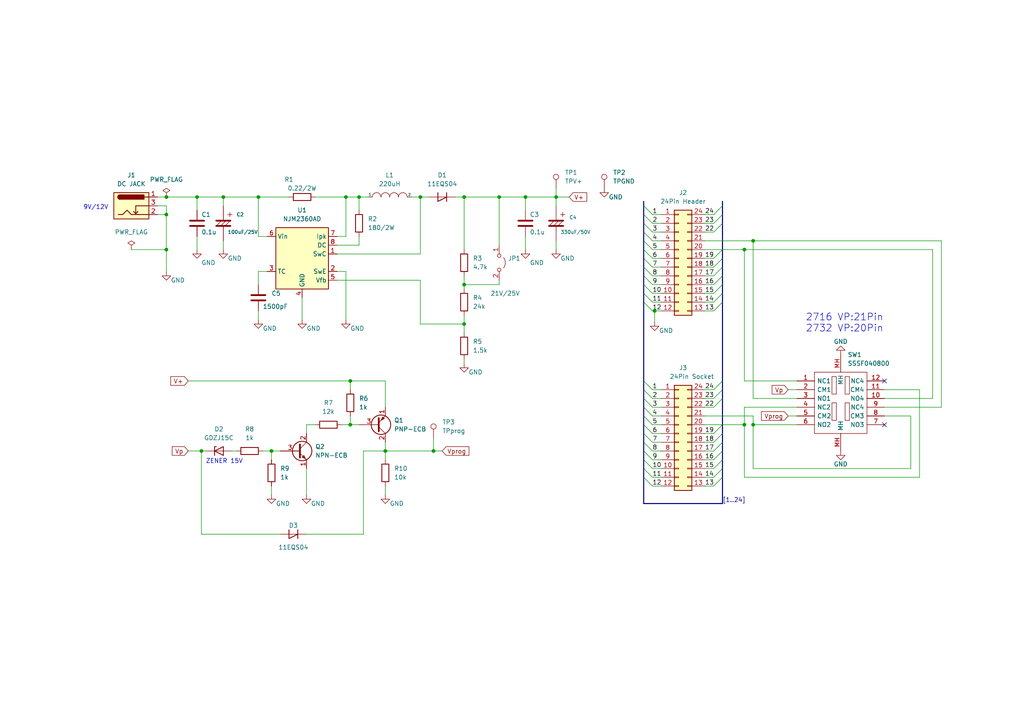
<source format=kicad_sch>
(kicad_sch (version 20211123) (generator eeschema)

  (uuid a8e24ba0-197a-4ddc-998e-758ed08811cc)

  (paper "A4")

  (title_block
    (title "TL866 II PLUS 25/21V Adapter")
    (date "2022/04/20")
    (company "Masahiro Kusunoki (JP3SRS)")
  )

  (lib_symbols
    (symbol "Connector:Barrel_Jack_Switch" (pin_names hide) (in_bom yes) (on_board yes)
      (property "Reference" "J" (id 0) (at 0 5.334 0)
        (effects (font (size 1.27 1.27)))
      )
      (property "Value" "Barrel_Jack_Switch" (id 1) (at 0 -5.08 0)
        (effects (font (size 1.27 1.27)))
      )
      (property "Footprint" "" (id 2) (at 1.27 -1.016 0)
        (effects (font (size 1.27 1.27)) hide)
      )
      (property "Datasheet" "~" (id 3) (at 1.27 -1.016 0)
        (effects (font (size 1.27 1.27)) hide)
      )
      (property "ki_keywords" "DC power barrel jack connector" (id 4) (at 0 0 0)
        (effects (font (size 1.27 1.27)) hide)
      )
      (property "ki_description" "DC Barrel Jack with an internal switch" (id 5) (at 0 0 0)
        (effects (font (size 1.27 1.27)) hide)
      )
      (property "ki_fp_filters" "BarrelJack*" (id 6) (at 0 0 0)
        (effects (font (size 1.27 1.27)) hide)
      )
      (symbol "Barrel_Jack_Switch_0_1"
        (rectangle (start -5.08 3.81) (end 5.08 -3.81)
          (stroke (width 0.254) (type default) (color 0 0 0 0))
          (fill (type background))
        )
        (arc (start -3.302 3.175) (mid -3.937 2.54) (end -3.302 1.905)
          (stroke (width 0.254) (type default) (color 0 0 0 0))
          (fill (type none))
        )
        (arc (start -3.302 3.175) (mid -3.937 2.54) (end -3.302 1.905)
          (stroke (width 0.254) (type default) (color 0 0 0 0))
          (fill (type outline))
        )
        (polyline
          (pts
            (xy 1.27 -2.286)
            (xy 1.905 -1.651)
          )
          (stroke (width 0.254) (type default) (color 0 0 0 0))
          (fill (type none))
        )
        (polyline
          (pts
            (xy 5.08 2.54)
            (xy 3.81 2.54)
          )
          (stroke (width 0.254) (type default) (color 0 0 0 0))
          (fill (type none))
        )
        (polyline
          (pts
            (xy 5.08 0)
            (xy 1.27 0)
            (xy 1.27 -2.286)
            (xy 0.635 -1.651)
          )
          (stroke (width 0.254) (type default) (color 0 0 0 0))
          (fill (type none))
        )
        (polyline
          (pts
            (xy -3.81 -2.54)
            (xy -2.54 -2.54)
            (xy -1.27 -1.27)
            (xy 0 -2.54)
            (xy 2.54 -2.54)
            (xy 5.08 -2.54)
          )
          (stroke (width 0.254) (type default) (color 0 0 0 0))
          (fill (type none))
        )
        (rectangle (start 3.683 3.175) (end -3.302 1.905)
          (stroke (width 0.254) (type default) (color 0 0 0 0))
          (fill (type outline))
        )
      )
      (symbol "Barrel_Jack_Switch_1_1"
        (pin passive line (at 7.62 2.54 180) (length 2.54)
          (name "~" (effects (font (size 1.27 1.27))))
          (number "1" (effects (font (size 1.27 1.27))))
        )
        (pin passive line (at 7.62 -2.54 180) (length 2.54)
          (name "~" (effects (font (size 1.27 1.27))))
          (number "2" (effects (font (size 1.27 1.27))))
        )
        (pin passive line (at 7.62 0 180) (length 2.54)
          (name "~" (effects (font (size 1.27 1.27))))
          (number "3" (effects (font (size 1.27 1.27))))
        )
      )
    )
    (symbol "Connector:TestPoint" (pin_numbers hide) (pin_names (offset 0.762) hide) (in_bom yes) (on_board yes)
      (property "Reference" "TP" (id 0) (at 0 6.858 0)
        (effects (font (size 1.27 1.27)))
      )
      (property "Value" "TestPoint" (id 1) (at 0 5.08 0)
        (effects (font (size 1.27 1.27)))
      )
      (property "Footprint" "" (id 2) (at 5.08 0 0)
        (effects (font (size 1.27 1.27)) hide)
      )
      (property "Datasheet" "~" (id 3) (at 5.08 0 0)
        (effects (font (size 1.27 1.27)) hide)
      )
      (property "ki_keywords" "test point tp" (id 4) (at 0 0 0)
        (effects (font (size 1.27 1.27)) hide)
      )
      (property "ki_description" "test point" (id 5) (at 0 0 0)
        (effects (font (size 1.27 1.27)) hide)
      )
      (property "ki_fp_filters" "Pin* Test*" (id 6) (at 0 0 0)
        (effects (font (size 1.27 1.27)) hide)
      )
      (symbol "TestPoint_0_1"
        (circle (center 0 3.302) (radius 0.762)
          (stroke (width 0) (type default) (color 0 0 0 0))
          (fill (type none))
        )
      )
      (symbol "TestPoint_1_1"
        (pin passive line (at 0 0 90) (length 2.54)
          (name "1" (effects (font (size 1.27 1.27))))
          (number "1" (effects (font (size 1.27 1.27))))
        )
      )
    )
    (symbol "Connector_Generic:Conn_02x12_Counter_Clockwise" (pin_names (offset 1.016) hide) (in_bom yes) (on_board yes)
      (property "Reference" "J" (id 0) (at 1.27 15.24 0)
        (effects (font (size 1.27 1.27)))
      )
      (property "Value" "Conn_02x12_Counter_Clockwise" (id 1) (at 1.27 -17.78 0)
        (effects (font (size 1.27 1.27)))
      )
      (property "Footprint" "" (id 2) (at 0 0 0)
        (effects (font (size 1.27 1.27)) hide)
      )
      (property "Datasheet" "~" (id 3) (at 0 0 0)
        (effects (font (size 1.27 1.27)) hide)
      )
      (property "ki_keywords" "connector" (id 4) (at 0 0 0)
        (effects (font (size 1.27 1.27)) hide)
      )
      (property "ki_description" "Generic connector, double row, 02x12, counter clockwise pin numbering scheme (similar to DIP packge numbering), script generated (kicad-library-utils/schlib/autogen/connector/)" (id 5) (at 0 0 0)
        (effects (font (size 1.27 1.27)) hide)
      )
      (property "ki_fp_filters" "Connector*:*_2x??_*" (id 6) (at 0 0 0)
        (effects (font (size 1.27 1.27)) hide)
      )
      (symbol "Conn_02x12_Counter_Clockwise_1_1"
        (rectangle (start -1.27 -15.113) (end 0 -15.367)
          (stroke (width 0.1524) (type default) (color 0 0 0 0))
          (fill (type none))
        )
        (rectangle (start -1.27 -12.573) (end 0 -12.827)
          (stroke (width 0.1524) (type default) (color 0 0 0 0))
          (fill (type none))
        )
        (rectangle (start -1.27 -10.033) (end 0 -10.287)
          (stroke (width 0.1524) (type default) (color 0 0 0 0))
          (fill (type none))
        )
        (rectangle (start -1.27 -7.493) (end 0 -7.747)
          (stroke (width 0.1524) (type default) (color 0 0 0 0))
          (fill (type none))
        )
        (rectangle (start -1.27 -4.953) (end 0 -5.207)
          (stroke (width 0.1524) (type default) (color 0 0 0 0))
          (fill (type none))
        )
        (rectangle (start -1.27 -2.413) (end 0 -2.667)
          (stroke (width 0.1524) (type default) (color 0 0 0 0))
          (fill (type none))
        )
        (rectangle (start -1.27 0.127) (end 0 -0.127)
          (stroke (width 0.1524) (type default) (color 0 0 0 0))
          (fill (type none))
        )
        (rectangle (start -1.27 2.667) (end 0 2.413)
          (stroke (width 0.1524) (type default) (color 0 0 0 0))
          (fill (type none))
        )
        (rectangle (start -1.27 5.207) (end 0 4.953)
          (stroke (width 0.1524) (type default) (color 0 0 0 0))
          (fill (type none))
        )
        (rectangle (start -1.27 7.747) (end 0 7.493)
          (stroke (width 0.1524) (type default) (color 0 0 0 0))
          (fill (type none))
        )
        (rectangle (start -1.27 10.287) (end 0 10.033)
          (stroke (width 0.1524) (type default) (color 0 0 0 0))
          (fill (type none))
        )
        (rectangle (start -1.27 12.827) (end 0 12.573)
          (stroke (width 0.1524) (type default) (color 0 0 0 0))
          (fill (type none))
        )
        (rectangle (start -1.27 13.97) (end 3.81 -16.51)
          (stroke (width 0.254) (type default) (color 0 0 0 0))
          (fill (type background))
        )
        (rectangle (start 3.81 -15.113) (end 2.54 -15.367)
          (stroke (width 0.1524) (type default) (color 0 0 0 0))
          (fill (type none))
        )
        (rectangle (start 3.81 -12.573) (end 2.54 -12.827)
          (stroke (width 0.1524) (type default) (color 0 0 0 0))
          (fill (type none))
        )
        (rectangle (start 3.81 -10.033) (end 2.54 -10.287)
          (stroke (width 0.1524) (type default) (color 0 0 0 0))
          (fill (type none))
        )
        (rectangle (start 3.81 -7.493) (end 2.54 -7.747)
          (stroke (width 0.1524) (type default) (color 0 0 0 0))
          (fill (type none))
        )
        (rectangle (start 3.81 -4.953) (end 2.54 -5.207)
          (stroke (width 0.1524) (type default) (color 0 0 0 0))
          (fill (type none))
        )
        (rectangle (start 3.81 -2.413) (end 2.54 -2.667)
          (stroke (width 0.1524) (type default) (color 0 0 0 0))
          (fill (type none))
        )
        (rectangle (start 3.81 0.127) (end 2.54 -0.127)
          (stroke (width 0.1524) (type default) (color 0 0 0 0))
          (fill (type none))
        )
        (rectangle (start 3.81 2.667) (end 2.54 2.413)
          (stroke (width 0.1524) (type default) (color 0 0 0 0))
          (fill (type none))
        )
        (rectangle (start 3.81 5.207) (end 2.54 4.953)
          (stroke (width 0.1524) (type default) (color 0 0 0 0))
          (fill (type none))
        )
        (rectangle (start 3.81 7.747) (end 2.54 7.493)
          (stroke (width 0.1524) (type default) (color 0 0 0 0))
          (fill (type none))
        )
        (rectangle (start 3.81 10.287) (end 2.54 10.033)
          (stroke (width 0.1524) (type default) (color 0 0 0 0))
          (fill (type none))
        )
        (rectangle (start 3.81 12.827) (end 2.54 12.573)
          (stroke (width 0.1524) (type default) (color 0 0 0 0))
          (fill (type none))
        )
        (pin passive line (at -5.08 12.7 0) (length 3.81)
          (name "Pin_1" (effects (font (size 1.27 1.27))))
          (number "1" (effects (font (size 1.27 1.27))))
        )
        (pin passive line (at -5.08 -10.16 0) (length 3.81)
          (name "Pin_10" (effects (font (size 1.27 1.27))))
          (number "10" (effects (font (size 1.27 1.27))))
        )
        (pin passive line (at -5.08 -12.7 0) (length 3.81)
          (name "Pin_11" (effects (font (size 1.27 1.27))))
          (number "11" (effects (font (size 1.27 1.27))))
        )
        (pin passive line (at -5.08 -15.24 0) (length 3.81)
          (name "Pin_12" (effects (font (size 1.27 1.27))))
          (number "12" (effects (font (size 1.27 1.27))))
        )
        (pin passive line (at 7.62 -15.24 180) (length 3.81)
          (name "Pin_13" (effects (font (size 1.27 1.27))))
          (number "13" (effects (font (size 1.27 1.27))))
        )
        (pin passive line (at 7.62 -12.7 180) (length 3.81)
          (name "Pin_14" (effects (font (size 1.27 1.27))))
          (number "14" (effects (font (size 1.27 1.27))))
        )
        (pin passive line (at 7.62 -10.16 180) (length 3.81)
          (name "Pin_15" (effects (font (size 1.27 1.27))))
          (number "15" (effects (font (size 1.27 1.27))))
        )
        (pin passive line (at 7.62 -7.62 180) (length 3.81)
          (name "Pin_16" (effects (font (size 1.27 1.27))))
          (number "16" (effects (font (size 1.27 1.27))))
        )
        (pin passive line (at 7.62 -5.08 180) (length 3.81)
          (name "Pin_17" (effects (font (size 1.27 1.27))))
          (number "17" (effects (font (size 1.27 1.27))))
        )
        (pin passive line (at 7.62 -2.54 180) (length 3.81)
          (name "Pin_18" (effects (font (size 1.27 1.27))))
          (number "18" (effects (font (size 1.27 1.27))))
        )
        (pin passive line (at 7.62 0 180) (length 3.81)
          (name "Pin_19" (effects (font (size 1.27 1.27))))
          (number "19" (effects (font (size 1.27 1.27))))
        )
        (pin passive line (at -5.08 10.16 0) (length 3.81)
          (name "Pin_2" (effects (font (size 1.27 1.27))))
          (number "2" (effects (font (size 1.27 1.27))))
        )
        (pin passive line (at 7.62 2.54 180) (length 3.81)
          (name "Pin_20" (effects (font (size 1.27 1.27))))
          (number "20" (effects (font (size 1.27 1.27))))
        )
        (pin passive line (at 7.62 5.08 180) (length 3.81)
          (name "Pin_21" (effects (font (size 1.27 1.27))))
          (number "21" (effects (font (size 1.27 1.27))))
        )
        (pin passive line (at 7.62 7.62 180) (length 3.81)
          (name "Pin_22" (effects (font (size 1.27 1.27))))
          (number "22" (effects (font (size 1.27 1.27))))
        )
        (pin passive line (at 7.62 10.16 180) (length 3.81)
          (name "Pin_23" (effects (font (size 1.27 1.27))))
          (number "23" (effects (font (size 1.27 1.27))))
        )
        (pin passive line (at 7.62 12.7 180) (length 3.81)
          (name "Pin_24" (effects (font (size 1.27 1.27))))
          (number "24" (effects (font (size 1.27 1.27))))
        )
        (pin passive line (at -5.08 7.62 0) (length 3.81)
          (name "Pin_3" (effects (font (size 1.27 1.27))))
          (number "3" (effects (font (size 1.27 1.27))))
        )
        (pin passive line (at -5.08 5.08 0) (length 3.81)
          (name "Pin_4" (effects (font (size 1.27 1.27))))
          (number "4" (effects (font (size 1.27 1.27))))
        )
        (pin passive line (at -5.08 2.54 0) (length 3.81)
          (name "Pin_5" (effects (font (size 1.27 1.27))))
          (number "5" (effects (font (size 1.27 1.27))))
        )
        (pin passive line (at -5.08 0 0) (length 3.81)
          (name "Pin_6" (effects (font (size 1.27 1.27))))
          (number "6" (effects (font (size 1.27 1.27))))
        )
        (pin passive line (at -5.08 -2.54 0) (length 3.81)
          (name "Pin_7" (effects (font (size 1.27 1.27))))
          (number "7" (effects (font (size 1.27 1.27))))
        )
        (pin passive line (at -5.08 -5.08 0) (length 3.81)
          (name "Pin_8" (effects (font (size 1.27 1.27))))
          (number "8" (effects (font (size 1.27 1.27))))
        )
        (pin passive line (at -5.08 -7.62 0) (length 3.81)
          (name "Pin_9" (effects (font (size 1.27 1.27))))
          (number "9" (effects (font (size 1.27 1.27))))
        )
      )
    )
    (symbol "Device:C" (pin_numbers hide) (pin_names (offset 0.254)) (in_bom yes) (on_board yes)
      (property "Reference" "C" (id 0) (at 0.635 2.54 0)
        (effects (font (size 1.27 1.27)) (justify left))
      )
      (property "Value" "C" (id 1) (at 0.635 -2.54 0)
        (effects (font (size 1.27 1.27)) (justify left))
      )
      (property "Footprint" "" (id 2) (at 0.9652 -3.81 0)
        (effects (font (size 1.27 1.27)) hide)
      )
      (property "Datasheet" "~" (id 3) (at 0 0 0)
        (effects (font (size 1.27 1.27)) hide)
      )
      (property "ki_keywords" "cap capacitor" (id 4) (at 0 0 0)
        (effects (font (size 1.27 1.27)) hide)
      )
      (property "ki_description" "Unpolarized capacitor" (id 5) (at 0 0 0)
        (effects (font (size 1.27 1.27)) hide)
      )
      (property "ki_fp_filters" "C_*" (id 6) (at 0 0 0)
        (effects (font (size 1.27 1.27)) hide)
      )
      (symbol "C_0_1"
        (polyline
          (pts
            (xy -2.032 -0.762)
            (xy 2.032 -0.762)
          )
          (stroke (width 0.508) (type default) (color 0 0 0 0))
          (fill (type none))
        )
        (polyline
          (pts
            (xy -2.032 0.762)
            (xy 2.032 0.762)
          )
          (stroke (width 0.508) (type default) (color 0 0 0 0))
          (fill (type none))
        )
      )
      (symbol "C_1_1"
        (pin passive line (at 0 3.81 270) (length 2.794)
          (name "~" (effects (font (size 1.27 1.27))))
          (number "1" (effects (font (size 1.27 1.27))))
        )
        (pin passive line (at 0 -3.81 90) (length 2.794)
          (name "~" (effects (font (size 1.27 1.27))))
          (number "2" (effects (font (size 1.27 1.27))))
        )
      )
    )
    (symbol "Device:D_Shockley" (pin_numbers hide) (pin_names (offset 1.016) hide) (in_bom yes) (on_board yes)
      (property "Reference" "D" (id 0) (at 0 2.54 0)
        (effects (font (size 1.27 1.27)))
      )
      (property "Value" "D_Shockley" (id 1) (at 0 -2.54 0)
        (effects (font (size 1.27 1.27)))
      )
      (property "Footprint" "" (id 2) (at 0 0 0)
        (effects (font (size 1.27 1.27)) hide)
      )
      (property "Datasheet" "~" (id 3) (at 0 0 0)
        (effects (font (size 1.27 1.27)) hide)
      )
      (property "ki_keywords" "Shockley diode PNPN" (id 4) (at 0 0 0)
        (effects (font (size 1.27 1.27)) hide)
      )
      (property "ki_description" "Shockley (PNPN) diode" (id 5) (at 0 0 0)
        (effects (font (size 1.27 1.27)) hide)
      )
      (property "ki_fp_filters" "TO-???* *_Diode_* *SingleDiode* D_*" (id 6) (at 0 0 0)
        (effects (font (size 1.27 1.27)) hide)
      )
      (symbol "D_Shockley_0_1"
        (polyline
          (pts
            (xy -1.27 0)
            (xy 1.27 0)
          )
          (stroke (width 0) (type default) (color 0 0 0 0))
          (fill (type none))
        )
        (polyline
          (pts
            (xy -1.27 1.27)
            (xy -1.27 -1.27)
          )
          (stroke (width 0.254) (type default) (color 0 0 0 0))
          (fill (type none))
        )
        (polyline
          (pts
            (xy -1.27 0)
            (xy 1.27 1.27)
            (xy 1.27 -1.27)
          )
          (stroke (width 0.254) (type default) (color 0 0 0 0))
          (fill (type none))
        )
      )
      (symbol "D_Shockley_1_1"
        (pin passive line (at -3.81 0 0) (length 2.54)
          (name "K" (effects (font (size 1.27 1.27))))
          (number "1" (effects (font (size 1.27 1.27))))
        )
        (pin passive line (at 3.81 0 180) (length 2.54)
          (name "A" (effects (font (size 1.27 1.27))))
          (number "2" (effects (font (size 1.27 1.27))))
        )
      )
    )
    (symbol "Device:D_Zener" (pin_numbers hide) (pin_names (offset 1.016) hide) (in_bom yes) (on_board yes)
      (property "Reference" "D" (id 0) (at 0 2.54 0)
        (effects (font (size 1.27 1.27)))
      )
      (property "Value" "D_Zener" (id 1) (at 0 -2.54 0)
        (effects (font (size 1.27 1.27)))
      )
      (property "Footprint" "" (id 2) (at 0 0 0)
        (effects (font (size 1.27 1.27)) hide)
      )
      (property "Datasheet" "~" (id 3) (at 0 0 0)
        (effects (font (size 1.27 1.27)) hide)
      )
      (property "ki_keywords" "diode" (id 4) (at 0 0 0)
        (effects (font (size 1.27 1.27)) hide)
      )
      (property "ki_description" "Zener diode" (id 5) (at 0 0 0)
        (effects (font (size 1.27 1.27)) hide)
      )
      (property "ki_fp_filters" "TO-???* *_Diode_* *SingleDiode* D_*" (id 6) (at 0 0 0)
        (effects (font (size 1.27 1.27)) hide)
      )
      (symbol "D_Zener_0_1"
        (polyline
          (pts
            (xy 1.27 0)
            (xy -1.27 0)
          )
          (stroke (width 0) (type default) (color 0 0 0 0))
          (fill (type none))
        )
        (polyline
          (pts
            (xy -1.27 -1.27)
            (xy -1.27 1.27)
            (xy -0.762 1.27)
          )
          (stroke (width 0.254) (type default) (color 0 0 0 0))
          (fill (type none))
        )
        (polyline
          (pts
            (xy 1.27 -1.27)
            (xy 1.27 1.27)
            (xy -1.27 0)
            (xy 1.27 -1.27)
          )
          (stroke (width 0.254) (type default) (color 0 0 0 0))
          (fill (type none))
        )
      )
      (symbol "D_Zener_1_1"
        (pin passive line (at -3.81 0 0) (length 2.54)
          (name "K" (effects (font (size 1.27 1.27))))
          (number "1" (effects (font (size 1.27 1.27))))
        )
        (pin passive line (at 3.81 0 180) (length 2.54)
          (name "A" (effects (font (size 1.27 1.27))))
          (number "2" (effects (font (size 1.27 1.27))))
        )
      )
    )
    (symbol "Device:Q_NPN_ECB" (pin_names (offset 0) hide) (in_bom yes) (on_board yes)
      (property "Reference" "Q" (id 0) (at 5.08 1.27 0)
        (effects (font (size 1.27 1.27)) (justify left))
      )
      (property "Value" "Q_NPN_ECB" (id 1) (at 5.08 -1.27 0)
        (effects (font (size 1.27 1.27)) (justify left))
      )
      (property "Footprint" "" (id 2) (at 5.08 2.54 0)
        (effects (font (size 1.27 1.27)) hide)
      )
      (property "Datasheet" "~" (id 3) (at 0 0 0)
        (effects (font (size 1.27 1.27)) hide)
      )
      (property "ki_keywords" "transistor NPN" (id 4) (at 0 0 0)
        (effects (font (size 1.27 1.27)) hide)
      )
      (property "ki_description" "NPN transistor, emitter/collector/base" (id 5) (at 0 0 0)
        (effects (font (size 1.27 1.27)) hide)
      )
      (symbol "Q_NPN_ECB_0_1"
        (polyline
          (pts
            (xy 0.635 0.635)
            (xy 2.54 2.54)
          )
          (stroke (width 0) (type default) (color 0 0 0 0))
          (fill (type none))
        )
        (polyline
          (pts
            (xy 0.635 -0.635)
            (xy 2.54 -2.54)
            (xy 2.54 -2.54)
          )
          (stroke (width 0) (type default) (color 0 0 0 0))
          (fill (type none))
        )
        (polyline
          (pts
            (xy 0.635 1.905)
            (xy 0.635 -1.905)
            (xy 0.635 -1.905)
          )
          (stroke (width 0.508) (type default) (color 0 0 0 0))
          (fill (type none))
        )
        (polyline
          (pts
            (xy 1.27 -1.778)
            (xy 1.778 -1.27)
            (xy 2.286 -2.286)
            (xy 1.27 -1.778)
            (xy 1.27 -1.778)
          )
          (stroke (width 0) (type default) (color 0 0 0 0))
          (fill (type outline))
        )
        (circle (center 1.27 0) (radius 2.8194)
          (stroke (width 0.254) (type default) (color 0 0 0 0))
          (fill (type none))
        )
      )
      (symbol "Q_NPN_ECB_1_1"
        (pin passive line (at 2.54 -5.08 90) (length 2.54)
          (name "E" (effects (font (size 1.27 1.27))))
          (number "1" (effects (font (size 1.27 1.27))))
        )
        (pin passive line (at 2.54 5.08 270) (length 2.54)
          (name "C" (effects (font (size 1.27 1.27))))
          (number "2" (effects (font (size 1.27 1.27))))
        )
        (pin passive line (at -5.08 0 0) (length 5.715)
          (name "B" (effects (font (size 1.27 1.27))))
          (number "3" (effects (font (size 1.27 1.27))))
        )
      )
    )
    (symbol "Device:Q_PNP_ECB" (pin_names (offset 0) hide) (in_bom yes) (on_board yes)
      (property "Reference" "Q" (id 0) (at 5.08 1.27 0)
        (effects (font (size 1.27 1.27)) (justify left))
      )
      (property "Value" "Q_PNP_ECB" (id 1) (at 5.08 -1.27 0)
        (effects (font (size 1.27 1.27)) (justify left))
      )
      (property "Footprint" "" (id 2) (at 5.08 2.54 0)
        (effects (font (size 1.27 1.27)) hide)
      )
      (property "Datasheet" "~" (id 3) (at 0 0 0)
        (effects (font (size 1.27 1.27)) hide)
      )
      (property "ki_keywords" "transistor PNP" (id 4) (at 0 0 0)
        (effects (font (size 1.27 1.27)) hide)
      )
      (property "ki_description" "PNP transistor, emitter/collector/base" (id 5) (at 0 0 0)
        (effects (font (size 1.27 1.27)) hide)
      )
      (symbol "Q_PNP_ECB_0_1"
        (polyline
          (pts
            (xy 0.635 0.635)
            (xy 2.54 2.54)
          )
          (stroke (width 0) (type default) (color 0 0 0 0))
          (fill (type none))
        )
        (polyline
          (pts
            (xy 0.635 -0.635)
            (xy 2.54 -2.54)
            (xy 2.54 -2.54)
          )
          (stroke (width 0) (type default) (color 0 0 0 0))
          (fill (type none))
        )
        (polyline
          (pts
            (xy 0.635 1.905)
            (xy 0.635 -1.905)
            (xy 0.635 -1.905)
          )
          (stroke (width 0.508) (type default) (color 0 0 0 0))
          (fill (type none))
        )
        (polyline
          (pts
            (xy 2.286 -1.778)
            (xy 1.778 -2.286)
            (xy 1.27 -1.27)
            (xy 2.286 -1.778)
            (xy 2.286 -1.778)
          )
          (stroke (width 0) (type default) (color 0 0 0 0))
          (fill (type outline))
        )
        (circle (center 1.27 0) (radius 2.8194)
          (stroke (width 0.254) (type default) (color 0 0 0 0))
          (fill (type none))
        )
      )
      (symbol "Q_PNP_ECB_1_1"
        (pin passive line (at 2.54 -5.08 90) (length 2.54)
          (name "E" (effects (font (size 1.27 1.27))))
          (number "1" (effects (font (size 1.27 1.27))))
        )
        (pin passive line (at 2.54 5.08 270) (length 2.54)
          (name "C" (effects (font (size 1.27 1.27))))
          (number "2" (effects (font (size 1.27 1.27))))
        )
        (pin input line (at -5.08 0 0) (length 5.715)
          (name "B" (effects (font (size 1.27 1.27))))
          (number "3" (effects (font (size 1.27 1.27))))
        )
      )
    )
    (symbol "Device:R" (pin_numbers hide) (pin_names (offset 0)) (in_bom yes) (on_board yes)
      (property "Reference" "R" (id 0) (at 2.032 0 90)
        (effects (font (size 1.27 1.27)))
      )
      (property "Value" "R" (id 1) (at 0 0 90)
        (effects (font (size 1.27 1.27)))
      )
      (property "Footprint" "" (id 2) (at -1.778 0 90)
        (effects (font (size 1.27 1.27)) hide)
      )
      (property "Datasheet" "~" (id 3) (at 0 0 0)
        (effects (font (size 1.27 1.27)) hide)
      )
      (property "ki_keywords" "R res resistor" (id 4) (at 0 0 0)
        (effects (font (size 1.27 1.27)) hide)
      )
      (property "ki_description" "Resistor" (id 5) (at 0 0 0)
        (effects (font (size 1.27 1.27)) hide)
      )
      (property "ki_fp_filters" "R_*" (id 6) (at 0 0 0)
        (effects (font (size 1.27 1.27)) hide)
      )
      (symbol "R_0_1"
        (rectangle (start -1.016 -2.54) (end 1.016 2.54)
          (stroke (width 0.254) (type default) (color 0 0 0 0))
          (fill (type none))
        )
      )
      (symbol "R_1_1"
        (pin passive line (at 0 3.81 270) (length 1.27)
          (name "~" (effects (font (size 1.27 1.27))))
          (number "1" (effects (font (size 1.27 1.27))))
        )
        (pin passive line (at 0 -3.81 90) (length 1.27)
          (name "~" (effects (font (size 1.27 1.27))))
          (number "2" (effects (font (size 1.27 1.27))))
        )
      )
    )
    (symbol "Jumper:Jumper_2_Open" (pin_names (offset 0) hide) (in_bom yes) (on_board yes)
      (property "Reference" "JP" (id 0) (at 0 2.794 0)
        (effects (font (size 1.27 1.27)))
      )
      (property "Value" "Jumper_2_Open" (id 1) (at 0 -2.286 0)
        (effects (font (size 1.27 1.27)))
      )
      (property "Footprint" "" (id 2) (at 0 0 0)
        (effects (font (size 1.27 1.27)) hide)
      )
      (property "Datasheet" "~" (id 3) (at 0 0 0)
        (effects (font (size 1.27 1.27)) hide)
      )
      (property "ki_keywords" "Jumper SPST" (id 4) (at 0 0 0)
        (effects (font (size 1.27 1.27)) hide)
      )
      (property "ki_description" "Jumper, 2-pole, open" (id 5) (at 0 0 0)
        (effects (font (size 1.27 1.27)) hide)
      )
      (property "ki_fp_filters" "Jumper* TestPoint*2Pads* TestPoint*Bridge*" (id 6) (at 0 0 0)
        (effects (font (size 1.27 1.27)) hide)
      )
      (symbol "Jumper_2_Open_0_0"
        (circle (center -2.032 0) (radius 0.508)
          (stroke (width 0) (type default) (color 0 0 0 0))
          (fill (type none))
        )
        (circle (center 2.032 0) (radius 0.508)
          (stroke (width 0) (type default) (color 0 0 0 0))
          (fill (type none))
        )
      )
      (symbol "Jumper_2_Open_0_1"
        (arc (start 1.524 1.27) (mid 0 1.778) (end -1.524 1.27)
          (stroke (width 0) (type default) (color 0 0 0 0))
          (fill (type none))
        )
      )
      (symbol "Jumper_2_Open_1_1"
        (pin passive line (at -5.08 0 0) (length 2.54)
          (name "A" (effects (font (size 1.27 1.27))))
          (number "1" (effects (font (size 1.27 1.27))))
        )
        (pin passive line (at 5.08 0 180) (length 2.54)
          (name "B" (effects (font (size 1.27 1.27))))
          (number "2" (effects (font (size 1.27 1.27))))
        )
      )
    )
    (symbol "_ComponentLibrary:CPOL" (pin_numbers hide) (pin_names (offset 0.254)) (in_bom yes) (on_board yes)
      (property "Reference" "C" (id 0) (at -2.54 1.905 0)
        (effects (font (size 1.016 1.016)) (justify left))
      )
      (property "Value" "CPOL" (id 1) (at -4.445 -2.54 0)
        (effects (font (size 1.016 1.016)) (justify left))
      )
      (property "Footprint" "" (id 2) (at 0.9652 -3.81 0)
        (effects (font (size 0.762 0.762)))
      )
      (property "Datasheet" "" (id 3) (at 0 0 0)
        (effects (font (size 1.524 1.524)))
      )
      (symbol "CPOL_0_1"
        (polyline
          (pts
            (xy -2.032 -0.762)
            (xy 2.032 -0.762)
          )
          (stroke (width 0.508) (type default) (color 0 0 0 0))
          (fill (type none))
        )
        (polyline
          (pts
            (xy -2.032 0.762)
            (xy 2.032 0.762)
          )
          (stroke (width 0.508) (type default) (color 0 0 0 0))
          (fill (type none))
        )
        (polyline
          (pts
            (xy -0.635 0.635)
            (xy -1.905 -0.635)
          )
          (stroke (width 0) (type default) (color 0 0 0 0))
          (fill (type none))
        )
        (polyline
          (pts
            (xy 0.635 0.635)
            (xy -0.635 -0.635)
          )
          (stroke (width 0) (type default) (color 0 0 0 0))
          (fill (type none))
        )
        (polyline
          (pts
            (xy 1.27 2.54)
            (xy 2.54 2.54)
          )
          (stroke (width 0) (type default) (color 0 0 0 0))
          (fill (type none))
        )
        (polyline
          (pts
            (xy 1.905 0.635)
            (xy 0.635 -0.635)
          )
          (stroke (width 0) (type default) (color 0 0 0 0))
          (fill (type none))
        )
        (polyline
          (pts
            (xy 1.905 3.175)
            (xy 1.905 1.905)
          )
          (stroke (width 0) (type default) (color 0 0 0 0))
          (fill (type none))
        )
      )
      (symbol "CPOL_1_1"
        (pin passive line (at 0 5.08 270) (length 4.318)
          (name "~" (effects (font (size 1.016 1.016))))
          (number "1" (effects (font (size 1.016 1.016))))
        )
        (pin passive line (at 0 -5.08 90) (length 4.318)
          (name "~" (effects (font (size 1.016 1.016))))
          (number "2" (effects (font (size 1.016 1.016))))
        )
      )
    )
    (symbol "_localLibrary:MC34063AP" (in_bom yes) (on_board yes)
      (property "Reference" "U1" (id 0) (at 0 12.7 0)
        (effects (font (size 1.27 1.27)))
      )
      (property "Value" "MC34063AP" (id 1) (at 0 10.16 0)
        (effects (font (size 1.27 1.27)))
      )
      (property "Footprint" "Package_DIP:DIP-8_W7.62mm" (id 2) (at 1.27 -11.43 0)
        (effects (font (size 1.27 1.27)) (justify left) hide)
      )
      (property "Datasheet" "http://www.onsemi.com/pub_link/Collateral/MC34063A-D.PDF" (id 3) (at 12.7 -2.54 0)
        (effects (font (size 1.27 1.27)) hide)
      )
      (property "ki_keywords" "smps buck boost inverting" (id 4) (at 0 0 0)
        (effects (font (size 1.27 1.27)) hide)
      )
      (property "ki_description" "1.5A, step-up/down/inverting switching regulator, 3-40V Vin, 100kHz, DIP-8" (id 5) (at 0 0 0)
        (effects (font (size 1.27 1.27)) hide)
      )
      (property "ki_fp_filters" "DIP*W7.62mm*" (id 6) (at 0 0 0)
        (effects (font (size 1.27 1.27)) hide)
      )
      (symbol "MC34063AP_0_1"
        (rectangle (start -7.62 7.62) (end 7.62 -10.16)
          (stroke (width 0.254) (type default) (color 0 0 0 0))
          (fill (type background))
        )
      )
      (symbol "MC34063AP_1_1"
        (pin open_collector line (at 10.16 0 180) (length 2.54)
          (name "SwC" (effects (font (size 1.27 1.27))))
          (number "1" (effects (font (size 1.27 1.27))))
        )
        (pin passive line (at 10.16 -5.08 180) (length 2.54)
          (name "SwE" (effects (font (size 1.27 1.27))))
          (number "2" (effects (font (size 1.27 1.27))))
        )
        (pin passive line (at -10.16 -5.08 0) (length 2.54)
          (name "TC" (effects (font (size 1.27 1.27))))
          (number "3" (effects (font (size 1.27 1.27))))
        )
        (pin power_in line (at 0 -12.7 90) (length 2.54)
          (name "GND" (effects (font (size 1.27 1.27))))
          (number "4" (effects (font (size 1.27 1.27))))
        )
        (pin input line (at 10.16 -7.62 180) (length 2.54)
          (name "Vfb" (effects (font (size 1.27 1.27))))
          (number "5" (effects (font (size 1.27 1.27))))
        )
        (pin power_in line (at -10.16 5.08 0) (length 2.54)
          (name "Vin" (effects (font (size 1.27 1.27))))
          (number "6" (effects (font (size 1.27 1.27))))
        )
        (pin input line (at 10.16 5.08 180) (length 2.54)
          (name "Ipk" (effects (font (size 1.27 1.27))))
          (number "7" (effects (font (size 1.27 1.27))))
        )
        (pin open_collector line (at 10.16 2.54 180) (length 2.54)
          (name "DC" (effects (font (size 1.27 1.27))))
          (number "8" (effects (font (size 1.27 1.27))))
        )
      )
    )
    (symbol "_localLibrary:SSSF040800" (pin_names (offset 0.762)) (in_bom yes) (on_board yes)
      (property "Reference" "SW" (id 0) (at -7.62 10.16 0)
        (effects (font (size 1.27 1.27)) (justify left))
      )
      (property "Value" "SSSF040800" (id 1) (at 1.27 -11.43 0)
        (effects (font (size 1.27 1.27)) (justify left))
      )
      (property "Footprint" "" (id 2) (at 9.398 11.938 0)
        (effects (font (size 1.27 1.27)) (justify left) hide)
      )
      (property "Datasheet" "" (id 3) (at -0.762 -0.762 0)
        (effects (font (size 1.27 1.27)) hide)
      )
      (property "ki_description" "Through Hole Slide Switch 4PDT Maintained 100 mA Slide" (id 4) (at 0 0 0)
        (effects (font (size 1.27 1.27)) hide)
      )
      (symbol "SSSF040800_0_0"
        (pin passive line (at -12.7 6.35 0) (length 5.08)
          (name "NC1" (effects (font (size 1.27 1.27))))
          (number "1" (effects (font (size 1.27 1.27))))
        )
        (pin passive line (at 12.7 1.27 180) (length 5.08)
          (name "NO4" (effects (font (size 1.27 1.27))))
          (number "10" (effects (font (size 1.27 1.27))))
        )
        (pin passive line (at 12.7 3.81 180) (length 5.08)
          (name "CM4" (effects (font (size 1.27 1.27))))
          (number "11" (effects (font (size 1.27 1.27))))
        )
        (pin passive line (at 12.7 6.35 180) (length 5.08)
          (name "NC4" (effects (font (size 1.27 1.27))))
          (number "12" (effects (font (size 1.27 1.27))))
        )
        (pin passive line (at -12.7 3.81 0) (length 5.08)
          (name "CM1" (effects (font (size 1.27 1.27))))
          (number "2" (effects (font (size 1.27 1.27))))
        )
        (pin passive line (at -12.7 1.27 0) (length 5.08)
          (name "NO1" (effects (font (size 1.27 1.27))))
          (number "3" (effects (font (size 1.27 1.27))))
        )
        (pin passive line (at -12.7 -1.27 0) (length 5.08)
          (name "NC2" (effects (font (size 1.27 1.27))))
          (number "4" (effects (font (size 1.27 1.27))))
        )
        (pin passive line (at -12.7 -3.81 0) (length 5.08)
          (name "CM2" (effects (font (size 1.27 1.27))))
          (number "5" (effects (font (size 1.27 1.27))))
        )
        (pin passive line (at -12.7 -6.35 0) (length 5.08)
          (name "NO2" (effects (font (size 1.27 1.27))))
          (number "6" (effects (font (size 1.27 1.27))))
        )
        (pin passive line (at 12.7 -6.35 180) (length 5.08)
          (name "NO3" (effects (font (size 1.27 1.27))))
          (number "7" (effects (font (size 1.27 1.27))))
        )
        (pin passive line (at 12.7 -3.81 180) (length 5.08)
          (name "CM3" (effects (font (size 1.27 1.27))))
          (number "8" (effects (font (size 1.27 1.27))))
        )
        (pin passive line (at 12.7 -1.27 180) (length 5.08)
          (name "NC4" (effects (font (size 1.27 1.27))))
          (number "9" (effects (font (size 1.27 1.27))))
        )
        (pin passive line (at 0 -13.97 90) (length 5.08)
          (name "MH" (effects (font (size 1.27 1.27))))
          (number "MH" (effects (font (size 1.27 1.27))))
        )
        (pin passive line (at 0 13.97 270) (length 5.08)
          (name "MH" (effects (font (size 1.27 1.27))))
          (number "MH" (effects (font (size 1.27 1.27))))
        )
      )
      (symbol "SSSF040800_0_1"
        (rectangle (start -2.54 0) (end -1.27 -5.08)
          (stroke (width 0) (type default) (color 0 0 0 0))
          (fill (type none))
        )
        (rectangle (start -2.54 7.62) (end -1.27 2.54)
          (stroke (width 0) (type default) (color 0 0 0 0))
          (fill (type none))
        )
        (polyline
          (pts
            (xy -5.08 3.81)
            (xy -5.08 3.81)
          )
          (stroke (width 0) (type default) (color 0 0 0 0))
          (fill (type none))
        )
        (polyline
          (pts
            (xy -7.62 8.89)
            (xy -7.62 -8.89)
            (xy 7.62 -8.89)
            (xy 7.62 8.89)
            (xy -7.62 8.89)
          )
          (stroke (width 0.1524) (type default) (color 0 0 0 0))
          (fill (type none))
        )
        (rectangle (start 1.27 0) (end 2.54 -5.08)
          (stroke (width 0) (type default) (color 0 0 0 0))
          (fill (type none))
        )
        (rectangle (start 1.27 7.62) (end 2.54 2.54)
          (stroke (width 0) (type default) (color 0 0 0 0))
          (fill (type none))
        )
      )
    )
    (symbol "power:GND" (power) (pin_names (offset 0)) (in_bom yes) (on_board yes)
      (property "Reference" "#PWR" (id 0) (at 0 -6.35 0)
        (effects (font (size 1.27 1.27)) hide)
      )
      (property "Value" "GND" (id 1) (at 0 -3.81 0)
        (effects (font (size 1.27 1.27)))
      )
      (property "Footprint" "" (id 2) (at 0 0 0)
        (effects (font (size 1.27 1.27)) hide)
      )
      (property "Datasheet" "" (id 3) (at 0 0 0)
        (effects (font (size 1.27 1.27)) hide)
      )
      (property "ki_keywords" "power-flag" (id 4) (at 0 0 0)
        (effects (font (size 1.27 1.27)) hide)
      )
      (property "ki_description" "Power symbol creates a global label with name \"GND\" , ground" (id 5) (at 0 0 0)
        (effects (font (size 1.27 1.27)) hide)
      )
      (symbol "GND_0_1"
        (polyline
          (pts
            (xy 0 0)
            (xy 0 -1.27)
            (xy 1.27 -1.27)
            (xy 0 -2.54)
            (xy -1.27 -1.27)
            (xy 0 -1.27)
          )
          (stroke (width 0) (type default) (color 0 0 0 0))
          (fill (type none))
        )
      )
      (symbol "GND_1_1"
        (pin power_in line (at 0 0 270) (length 0) hide
          (name "GND" (effects (font (size 1.27 1.27))))
          (number "1" (effects (font (size 1.27 1.27))))
        )
      )
    )
    (symbol "power:PWR_FLAG" (power) (pin_numbers hide) (pin_names (offset 0) hide) (in_bom yes) (on_board yes)
      (property "Reference" "#FLG" (id 0) (at 0 1.905 0)
        (effects (font (size 1.27 1.27)) hide)
      )
      (property "Value" "PWR_FLAG" (id 1) (at 0 3.81 0)
        (effects (font (size 1.27 1.27)))
      )
      (property "Footprint" "" (id 2) (at 0 0 0)
        (effects (font (size 1.27 1.27)) hide)
      )
      (property "Datasheet" "~" (id 3) (at 0 0 0)
        (effects (font (size 1.27 1.27)) hide)
      )
      (property "ki_keywords" "power-flag" (id 4) (at 0 0 0)
        (effects (font (size 1.27 1.27)) hide)
      )
      (property "ki_description" "Special symbol for telling ERC where power comes from" (id 5) (at 0 0 0)
        (effects (font (size 1.27 1.27)) hide)
      )
      (symbol "PWR_FLAG_0_0"
        (pin power_out line (at 0 0 90) (length 0)
          (name "pwr" (effects (font (size 1.27 1.27))))
          (number "1" (effects (font (size 1.27 1.27))))
        )
      )
      (symbol "PWR_FLAG_0_1"
        (polyline
          (pts
            (xy 0 0)
            (xy 0 1.27)
            (xy -1.016 1.905)
            (xy 0 2.54)
            (xy 1.016 1.905)
            (xy 0 1.27)
          )
          (stroke (width 0) (type default) (color 0 0 0 0))
          (fill (type none))
        )
      )
    )
    (symbol "pspice:INDUCTOR" (pin_numbers hide) (pin_names (offset 0)) (in_bom yes) (on_board yes)
      (property "Reference" "L" (id 0) (at 0 2.54 0)
        (effects (font (size 1.27 1.27)))
      )
      (property "Value" "INDUCTOR" (id 1) (at 0 -1.27 0)
        (effects (font (size 1.27 1.27)))
      )
      (property "Footprint" "" (id 2) (at 0 0 0)
        (effects (font (size 1.27 1.27)) hide)
      )
      (property "Datasheet" "~" (id 3) (at 0 0 0)
        (effects (font (size 1.27 1.27)) hide)
      )
      (property "ki_keywords" "simulation" (id 4) (at 0 0 0)
        (effects (font (size 1.27 1.27)) hide)
      )
      (property "ki_description" "Inductor symbol for simulation only" (id 5) (at 0 0 0)
        (effects (font (size 1.27 1.27)) hide)
      )
      (symbol "INDUCTOR_0_1"
        (arc (start -2.54 0) (mid -3.81 1.27) (end -5.08 0)
          (stroke (width 0) (type default) (color 0 0 0 0))
          (fill (type none))
        )
        (arc (start 0 0) (mid -1.27 1.27) (end -2.54 0)
          (stroke (width 0) (type default) (color 0 0 0 0))
          (fill (type none))
        )
        (arc (start 2.54 0) (mid 1.27 1.27) (end 0 0)
          (stroke (width 0) (type default) (color 0 0 0 0))
          (fill (type none))
        )
        (arc (start 5.08 0) (mid 3.81 1.27) (end 2.54 0)
          (stroke (width 0) (type default) (color 0 0 0 0))
          (fill (type none))
        )
      )
      (symbol "INDUCTOR_1_1"
        (pin input line (at -6.35 0 0) (length 1.27)
          (name "1" (effects (font (size 0.762 0.762))))
          (number "1" (effects (font (size 0.762 0.762))))
        )
        (pin input line (at 6.35 0 180) (length 1.27)
          (name "2" (effects (font (size 0.762 0.762))))
          (number "2" (effects (font (size 0.762 0.762))))
        )
      )
    )
  )


  (junction (at 121.92 57.15) (diameter 0) (color 0 0 0 0)
    (uuid 084f51f0-bd2e-459a-9cb7-6e8e86509365)
  )
  (junction (at 57.15 57.15) (diameter 0) (color 0 0 0 0)
    (uuid 10cf7441-3864-4357-b299-3ff470c5043e)
  )
  (junction (at 134.62 57.15) (diameter 0) (color 0 0 0 0)
    (uuid 1249c17f-7627-43e5-9b83-ae904334c0cd)
  )
  (junction (at 218.44 123.19) (diameter 0) (color 0 0 0 0)
    (uuid 1509f3c4-e5ba-48b8-b6e0-3d208959e3ee)
  )
  (junction (at 152.4 57.15) (diameter 0) (color 0 0 0 0)
    (uuid 1ac507d6-1473-4dee-88e8-4ede4e009385)
  )
  (junction (at 111.76 130.81) (diameter 0) (color 0 0 0 0)
    (uuid 236c6f61-ea38-451e-931c-04ebae19e9d5)
  )
  (junction (at 78.74 130.81) (diameter 0) (color 0 0 0 0)
    (uuid 3ff0b3b4-0de6-4878-bc5e-06c211d075bc)
  )
  (junction (at 48.26 57.15) (diameter 0) (color 0 0 0 0)
    (uuid 4bbdf032-1136-490c-84af-48ae970a752a)
  )
  (junction (at 48.26 72.39) (diameter 0) (color 0 0 0 0)
    (uuid 5b14f8ce-21cd-4ec0-8894-de07457145e4)
  )
  (junction (at 125.73 130.81) (diameter 0) (color 0 0 0 0)
    (uuid 6020a1dc-500c-461a-8638-adb061dfd458)
  )
  (junction (at 134.62 93.98) (diameter 0) (color 0 0 0 0)
    (uuid 64ad0ff6-717b-4c0b-b871-e8ced397abb7)
  )
  (junction (at 189.865 90.17) (diameter 0) (color 0 0 0 0)
    (uuid 70fc5a7d-0327-4ab7-87d1-f7f24f16ae19)
  )
  (junction (at 74.93 57.15) (diameter 0) (color 0 0 0 0)
    (uuid 71ff9283-10ac-402c-a87c-815bae02b478)
  )
  (junction (at 104.14 57.15) (diameter 0) (color 0 0 0 0)
    (uuid 72a2bb63-0a82-4da4-9070-8523583b800a)
  )
  (junction (at 215.9 123.19) (diameter 0) (color 0 0 0 0)
    (uuid 73061b98-71f1-4aa5-ba0b-8c3a26582e96)
  )
  (junction (at 64.77 57.15) (diameter 0) (color 0 0 0 0)
    (uuid 7fc5bab0-7e23-48c7-8069-9d335e1f094f)
  )
  (junction (at 100.33 57.15) (diameter 0) (color 0 0 0 0)
    (uuid 8122b03a-1759-4266-b802-26a0aa38c4ae)
  )
  (junction (at 58.42 130.81) (diameter 0) (color 0 0 0 0)
    (uuid 8544ca0b-7e04-4ecd-97e8-bca90f962477)
  )
  (junction (at 218.44 69.85) (diameter 0) (color 0 0 0 0)
    (uuid a5b26e41-3635-4d55-ae59-962fc1a9abdb)
  )
  (junction (at 101.6 110.49) (diameter 0) (color 0 0 0 0)
    (uuid bb6dc73a-f1ee-42d2-8e64-83a6036771f8)
  )
  (junction (at 215.9 72.39) (diameter 0) (color 0 0 0 0)
    (uuid bb8c3ad2-b16b-46ff-866c-64d27b38afb8)
  )
  (junction (at 144.78 57.15) (diameter 0) (color 0 0 0 0)
    (uuid c3dd3667-a1cb-45e1-95b3-e340dba28616)
  )
  (junction (at 48.26 62.23) (diameter 0) (color 0 0 0 0)
    (uuid c6c38ec9-e886-4f28-a487-cb5ceef43c56)
  )
  (junction (at 161.29 57.15) (diameter 0) (color 0 0 0 0)
    (uuid e9418386-2236-4528-962a-6265025b50a9)
  )
  (junction (at 134.62 82.55) (diameter 0) (color 0 0 0 0)
    (uuid efef9a36-7985-4fe1-8667-f7d442a163ff)
  )
  (junction (at 101.6 123.19) (diameter 0) (color 0 0 0 0)
    (uuid fc067a20-7632-499d-86a6-bf8ad0a4c65c)
  )

  (no_connect (at 256.54 110.49) (uuid 91c9172f-5f8a-4db5-b578-639df66c9113))
  (no_connect (at 256.54 123.19) (uuid 91c9172f-5f8a-4db5-b578-639df66c9115))

  (bus_entry (at 186.69 69.85) (size 2.54 2.54)
    (stroke (width 0) (type default) (color 0 0 0 0))
    (uuid 88d13ce5-5017-4fab-b92f-8e9feba206d0)
  )
  (bus_entry (at 186.69 72.39) (size 2.54 2.54)
    (stroke (width 0) (type default) (color 0 0 0 0))
    (uuid 88d13ce5-5017-4fab-b92f-8e9feba206d1)
  )
  (bus_entry (at 186.69 87.63) (size 2.54 2.54)
    (stroke (width 0) (type default) (color 0 0 0 0))
    (uuid 88d13ce5-5017-4fab-b92f-8e9feba206d2)
  )
  (bus_entry (at 186.69 85.09) (size 2.54 2.54)
    (stroke (width 0) (type default) (color 0 0 0 0))
    (uuid 88d13ce5-5017-4fab-b92f-8e9feba206d3)
  )
  (bus_entry (at 186.69 82.55) (size 2.54 2.54)
    (stroke (width 0) (type default) (color 0 0 0 0))
    (uuid 88d13ce5-5017-4fab-b92f-8e9feba206d4)
  )
  (bus_entry (at 186.69 74.93) (size 2.54 2.54)
    (stroke (width 0) (type default) (color 0 0 0 0))
    (uuid 88d13ce5-5017-4fab-b92f-8e9feba206d5)
  )
  (bus_entry (at 186.69 77.47) (size 2.54 2.54)
    (stroke (width 0) (type default) (color 0 0 0 0))
    (uuid 88d13ce5-5017-4fab-b92f-8e9feba206d6)
  )
  (bus_entry (at 186.69 80.01) (size 2.54 2.54)
    (stroke (width 0) (type default) (color 0 0 0 0))
    (uuid 88d13ce5-5017-4fab-b92f-8e9feba206d7)
  )
  (bus_entry (at 186.69 67.31) (size 2.54 2.54)
    (stroke (width 0) (type default) (color 0 0 0 0))
    (uuid 88d13ce5-5017-4fab-b92f-8e9feba206d8)
  )
  (bus_entry (at 186.69 64.77) (size 2.54 2.54)
    (stroke (width 0) (type default) (color 0 0 0 0))
    (uuid 88d13ce5-5017-4fab-b92f-8e9feba206d9)
  )
  (bus_entry (at 186.69 62.23) (size 2.54 2.54)
    (stroke (width 0) (type default) (color 0 0 0 0))
    (uuid 88d13ce5-5017-4fab-b92f-8e9feba206da)
  )
  (bus_entry (at 186.69 110.49) (size 2.54 2.54)
    (stroke (width 0) (type default) (color 0 0 0 0))
    (uuid a54c35ad-fe60-474f-b3f9-3540ff0a6334)
  )
  (bus_entry (at 186.69 113.03) (size 2.54 2.54)
    (stroke (width 0) (type default) (color 0 0 0 0))
    (uuid a54c35ad-fe60-474f-b3f9-3540ff0a6335)
  )
  (bus_entry (at 186.69 133.35) (size 2.54 2.54)
    (stroke (width 0) (type default) (color 0 0 0 0))
    (uuid a54c35ad-fe60-474f-b3f9-3540ff0a6336)
  )
  (bus_entry (at 186.69 135.89) (size 2.54 2.54)
    (stroke (width 0) (type default) (color 0 0 0 0))
    (uuid a54c35ad-fe60-474f-b3f9-3540ff0a6337)
  )
  (bus_entry (at 186.69 138.43) (size 2.54 2.54)
    (stroke (width 0) (type default) (color 0 0 0 0))
    (uuid a54c35ad-fe60-474f-b3f9-3540ff0a6338)
  )
  (bus_entry (at 186.69 115.57) (size 2.54 2.54)
    (stroke (width 0) (type default) (color 0 0 0 0))
    (uuid a54c35ad-fe60-474f-b3f9-3540ff0a6339)
  )
  (bus_entry (at 186.69 118.11) (size 2.54 2.54)
    (stroke (width 0) (type default) (color 0 0 0 0))
    (uuid a54c35ad-fe60-474f-b3f9-3540ff0a633a)
  )
  (bus_entry (at 186.69 120.65) (size 2.54 2.54)
    (stroke (width 0) (type default) (color 0 0 0 0))
    (uuid a54c35ad-fe60-474f-b3f9-3540ff0a633b)
  )
  (bus_entry (at 186.69 123.19) (size 2.54 2.54)
    (stroke (width 0) (type default) (color 0 0 0 0))
    (uuid a54c35ad-fe60-474f-b3f9-3540ff0a633c)
  )
  (bus_entry (at 186.69 125.73) (size 2.54 2.54)
    (stroke (width 0) (type default) (color 0 0 0 0))
    (uuid a54c35ad-fe60-474f-b3f9-3540ff0a633d)
  )
  (bus_entry (at 186.69 128.27) (size 2.54 2.54)
    (stroke (width 0) (type default) (color 0 0 0 0))
    (uuid a54c35ad-fe60-474f-b3f9-3540ff0a633e)
  )
  (bus_entry (at 186.69 130.81) (size 2.54 2.54)
    (stroke (width 0) (type default) (color 0 0 0 0))
    (uuid a54c35ad-fe60-474f-b3f9-3540ff0a633f)
  )
  (bus_entry (at 186.69 59.69) (size 2.54 2.54)
    (stroke (width 0) (type default) (color 0 0 0 0))
    (uuid c53b7576-4a72-4a6f-b509-4d785b4546a5)
  )
  (bus_entry (at 207.01 74.93) (size 2.54 -2.54)
    (stroke (width 0) (type default) (color 0 0 0 0))
    (uuid f4ceb004-ffb4-472e-8b5a-9c4d4cce3bc8)
  )
  (bus_entry (at 207.01 113.03) (size 2.54 -2.54)
    (stroke (width 0) (type default) (color 0 0 0 0))
    (uuid f4ceb004-ffb4-472e-8b5a-9c4d4cce3bc9)
  )
  (bus_entry (at 207.01 87.63) (size 2.54 -2.54)
    (stroke (width 0) (type default) (color 0 0 0 0))
    (uuid f4ceb004-ffb4-472e-8b5a-9c4d4cce3bca)
  )
  (bus_entry (at 207.01 90.17) (size 2.54 -2.54)
    (stroke (width 0) (type default) (color 0 0 0 0))
    (uuid f4ceb004-ffb4-472e-8b5a-9c4d4cce3bcb)
  )
  (bus_entry (at 207.01 133.35) (size 2.54 -2.54)
    (stroke (width 0) (type default) (color 0 0 0 0))
    (uuid f4ceb004-ffb4-472e-8b5a-9c4d4cce3bcc)
  )
  (bus_entry (at 207.01 138.43) (size 2.54 -2.54)
    (stroke (width 0) (type default) (color 0 0 0 0))
    (uuid f4ceb004-ffb4-472e-8b5a-9c4d4cce3bcd)
  )
  (bus_entry (at 207.01 140.97) (size 2.54 -2.54)
    (stroke (width 0) (type default) (color 0 0 0 0))
    (uuid f4ceb004-ffb4-472e-8b5a-9c4d4cce3bce)
  )
  (bus_entry (at 207.01 135.89) (size 2.54 -2.54)
    (stroke (width 0) (type default) (color 0 0 0 0))
    (uuid f4ceb004-ffb4-472e-8b5a-9c4d4cce3bcf)
  )
  (bus_entry (at 207.01 125.73) (size 2.54 -2.54)
    (stroke (width 0) (type default) (color 0 0 0 0))
    (uuid f4ceb004-ffb4-472e-8b5a-9c4d4cce3bd0)
  )
  (bus_entry (at 207.01 130.81) (size 2.54 -2.54)
    (stroke (width 0) (type default) (color 0 0 0 0))
    (uuid f4ceb004-ffb4-472e-8b5a-9c4d4cce3bd1)
  )
  (bus_entry (at 207.01 128.27) (size 2.54 -2.54)
    (stroke (width 0) (type default) (color 0 0 0 0))
    (uuid f4ceb004-ffb4-472e-8b5a-9c4d4cce3bd2)
  )
  (bus_entry (at 207.01 115.57) (size 2.54 -2.54)
    (stroke (width 0) (type default) (color 0 0 0 0))
    (uuid f4ceb004-ffb4-472e-8b5a-9c4d4cce3bd3)
  )
  (bus_entry (at 207.01 118.11) (size 2.54 -2.54)
    (stroke (width 0) (type default) (color 0 0 0 0))
    (uuid f4ceb004-ffb4-472e-8b5a-9c4d4cce3bd4)
  )
  (bus_entry (at 207.01 64.77) (size 2.54 -2.54)
    (stroke (width 0) (type default) (color 0 0 0 0))
    (uuid f4ceb004-ffb4-472e-8b5a-9c4d4cce3bd5)
  )
  (bus_entry (at 207.01 62.23) (size 2.54 -2.54)
    (stroke (width 0) (type default) (color 0 0 0 0))
    (uuid f4ceb004-ffb4-472e-8b5a-9c4d4cce3bd6)
  )
  (bus_entry (at 207.01 80.01) (size 2.54 -2.54)
    (stroke (width 0) (type default) (color 0 0 0 0))
    (uuid f4ceb004-ffb4-472e-8b5a-9c4d4cce3bd7)
  )
  (bus_entry (at 207.01 67.31) (size 2.54 -2.54)
    (stroke (width 0) (type default) (color 0 0 0 0))
    (uuid f4ceb004-ffb4-472e-8b5a-9c4d4cce3bd8)
  )
  (bus_entry (at 207.01 85.09) (size 2.54 -2.54)
    (stroke (width 0) (type default) (color 0 0 0 0))
    (uuid f4ceb004-ffb4-472e-8b5a-9c4d4cce3bd9)
  )
  (bus_entry (at 207.01 82.55) (size 2.54 -2.54)
    (stroke (width 0) (type default) (color 0 0 0 0))
    (uuid f4ceb004-ffb4-472e-8b5a-9c4d4cce3bda)
  )
  (bus_entry (at 207.01 77.47) (size 2.54 -2.54)
    (stroke (width 0) (type default) (color 0 0 0 0))
    (uuid f4ceb004-ffb4-472e-8b5a-9c4d4cce3bdb)
  )

  (wire (pts (xy 204.47 62.23) (xy 207.01 62.23))
    (stroke (width 0) (type default) (color 0 0 0 0))
    (uuid 01d76e0a-8f18-4771-971c-3ab238cd03bb)
  )
  (bus (pts (xy 186.69 62.23) (xy 186.69 64.77))
    (stroke (width 0) (type default) (color 0 0 0 0))
    (uuid 03afb730-2ce0-47b2-9f3a-fc4759ab6920)
  )

  (wire (pts (xy 74.93 82.55) (xy 74.93 78.74))
    (stroke (width 0) (type default) (color 0 0 0 0))
    (uuid 057f7ed4-d848-47ba-b5b0-1d204e3c9f7d)
  )
  (wire (pts (xy 189.23 130.81) (xy 191.77 130.81))
    (stroke (width 0) (type default) (color 0 0 0 0))
    (uuid 05bc41b7-4890-4acd-a1c0-bf1b245d742f)
  )
  (bus (pts (xy 209.55 130.81) (xy 209.55 133.35))
    (stroke (width 0) (type default) (color 0 0 0 0))
    (uuid 0675146b-d245-4f91-b6e3-481d7cdfa989)
  )

  (wire (pts (xy 161.29 57.15) (xy 161.29 59.69))
    (stroke (width 0) (type default) (color 0 0 0 0))
    (uuid 06c6676b-ab38-473c-ab3f-33ec578db8aa)
  )
  (wire (pts (xy 204.47 130.81) (xy 207.01 130.81))
    (stroke (width 0) (type default) (color 0 0 0 0))
    (uuid 06ebf6a0-e1a8-4fa7-b211-9be233fe6344)
  )
  (wire (pts (xy 74.93 68.58) (xy 74.93 57.15))
    (stroke (width 0) (type default) (color 0 0 0 0))
    (uuid 07b14076-5a17-4ff0-841b-8521a97614e6)
  )
  (wire (pts (xy 189.23 74.93) (xy 191.77 74.93))
    (stroke (width 0) (type default) (color 0 0 0 0))
    (uuid 0846d9db-a71d-466f-9d9b-d2fc856fb3fd)
  )
  (bus (pts (xy 186.69 135.89) (xy 186.69 138.43))
    (stroke (width 0) (type default) (color 0 0 0 0))
    (uuid 097bebd0-a1bd-49a7-bcfa-6bc97b4a483f)
  )

  (wire (pts (xy 125.73 130.81) (xy 128.27 130.81))
    (stroke (width 0) (type default) (color 0 0 0 0))
    (uuid 0ae8e9fe-2abc-496f-a9d8-5b5ee8e87c41)
  )
  (wire (pts (xy 78.74 140.97) (xy 78.74 143.51))
    (stroke (width 0) (type default) (color 0 0 0 0))
    (uuid 1052d63b-ad1e-43d8-8820-5a67bb6e965a)
  )
  (wire (pts (xy 99.06 123.19) (xy 101.6 123.19))
    (stroke (width 0) (type default) (color 0 0 0 0))
    (uuid 1456c0ac-e69e-4082-baea-5fb769dddec1)
  )
  (wire (pts (xy 88.9 154.94) (xy 105.41 154.94))
    (stroke (width 0) (type default) (color 0 0 0 0))
    (uuid 16d1acb9-2b1d-4d32-9e25-8af7b4d0fd1a)
  )
  (bus (pts (xy 209.55 125.73) (xy 209.55 128.27))
    (stroke (width 0) (type default) (color 0 0 0 0))
    (uuid 1868bb3c-966c-4803-a5e1-dba0a2f47f4b)
  )
  (bus (pts (xy 209.55 113.03) (xy 209.55 115.57))
    (stroke (width 0) (type default) (color 0 0 0 0))
    (uuid 192f6837-29ab-45eb-a431-ada1ef751c0c)
  )

  (wire (pts (xy 218.44 69.85) (xy 273.05 69.85))
    (stroke (width 0) (type default) (color 0 0 0 0))
    (uuid 197899a5-be91-4fa9-8e75-522cf68d1072)
  )
  (wire (pts (xy 189.23 123.19) (xy 191.77 123.19))
    (stroke (width 0) (type default) (color 0 0 0 0))
    (uuid 19de2a15-16dc-4f61-bca2-321203d36f58)
  )
  (wire (pts (xy 97.79 78.74) (xy 100.33 78.74))
    (stroke (width 0) (type default) (color 0 0 0 0))
    (uuid 1ddda97d-488f-41f3-94c8-20531cec7e2b)
  )
  (wire (pts (xy 218.44 115.57) (xy 218.44 69.85))
    (stroke (width 0) (type default) (color 0 0 0 0))
    (uuid 1de7a25b-5d90-4e69-a32a-9479ec308581)
  )
  (wire (pts (xy 189.23 80.01) (xy 191.77 80.01))
    (stroke (width 0) (type default) (color 0 0 0 0))
    (uuid 1e5ea63c-5b0c-4019-adbd-10e859a9f533)
  )
  (wire (pts (xy 104.14 68.58) (xy 104.14 71.12))
    (stroke (width 0) (type default) (color 0 0 0 0))
    (uuid 209bbdd1-9c34-4c3c-95e7-02d9450fc8b4)
  )
  (wire (pts (xy 134.62 104.14) (xy 134.62 105.41))
    (stroke (width 0) (type default) (color 0 0 0 0))
    (uuid 222a8b3c-360b-4197-8471-566482e7bbc7)
  )
  (wire (pts (xy 189.23 82.55) (xy 191.77 82.55))
    (stroke (width 0) (type default) (color 0 0 0 0))
    (uuid 2315864c-ac6b-4ca0-994f-467f6d484c3b)
  )
  (wire (pts (xy 204.47 115.57) (xy 207.01 115.57))
    (stroke (width 0) (type default) (color 0 0 0 0))
    (uuid 243644c2-a5a8-4988-b510-037359b44ade)
  )
  (wire (pts (xy 38.1 72.39) (xy 48.26 72.39))
    (stroke (width 0) (type default) (color 0 0 0 0))
    (uuid 243f62e2-117a-44da-b795-ace08c3f3cf0)
  )
  (wire (pts (xy 228.6 120.65) (xy 231.14 120.65))
    (stroke (width 0) (type default) (color 0 0 0 0))
    (uuid 251e871f-46c5-456b-bcc8-91a228865d8a)
  )
  (wire (pts (xy 74.93 78.74) (xy 77.47 78.74))
    (stroke (width 0) (type default) (color 0 0 0 0))
    (uuid 25d9ab5d-d7e1-40c5-bc08-cbdbbb500bde)
  )
  (wire (pts (xy 134.62 82.55) (xy 134.62 83.82))
    (stroke (width 0) (type default) (color 0 0 0 0))
    (uuid 261a3b79-af17-41ec-9bfe-fa40721e35ed)
  )
  (wire (pts (xy 189.23 67.31) (xy 191.77 67.31))
    (stroke (width 0) (type default) (color 0 0 0 0))
    (uuid 2680e84f-b609-4e7a-9769-eed330d0e4e9)
  )
  (bus (pts (xy 186.69 118.11) (xy 186.69 120.65))
    (stroke (width 0) (type default) (color 0 0 0 0))
    (uuid 26f09ebf-d18d-4c88-bbea-3ee82ff34336)
  )

  (wire (pts (xy 189.23 113.03) (xy 191.77 113.03))
    (stroke (width 0) (type default) (color 0 0 0 0))
    (uuid 26f13db9-d5ba-4124-bffe-e120190e01ad)
  )
  (wire (pts (xy 204.47 118.11) (xy 207.01 118.11))
    (stroke (width 0) (type default) (color 0 0 0 0))
    (uuid 28729872-cf37-4f56-b166-2b9ed446b4ca)
  )
  (wire (pts (xy 204.47 80.01) (xy 207.01 80.01))
    (stroke (width 0) (type default) (color 0 0 0 0))
    (uuid 28b975f7-0c02-4a3b-9b3f-99b7d34500d1)
  )
  (wire (pts (xy 77.47 68.58) (xy 74.93 68.58))
    (stroke (width 0) (type default) (color 0 0 0 0))
    (uuid 2a37171a-01cd-4b88-8fde-33f8ce67fb9c)
  )
  (wire (pts (xy 215.9 72.39) (xy 270.51 72.39))
    (stroke (width 0) (type default) (color 0 0 0 0))
    (uuid 2de7b24c-6922-462e-923b-2cb4eaad82b2)
  )
  (wire (pts (xy 97.79 73.66) (xy 121.92 73.66))
    (stroke (width 0) (type default) (color 0 0 0 0))
    (uuid 2e9a4127-b985-42d8-89ec-41408123b183)
  )
  (wire (pts (xy 105.41 154.94) (xy 105.41 130.81))
    (stroke (width 0) (type default) (color 0 0 0 0))
    (uuid 2f18cec4-b2cf-4d09-bde6-87e946cc030f)
  )
  (wire (pts (xy 264.16 135.89) (xy 218.44 135.89))
    (stroke (width 0) (type default) (color 0 0 0 0))
    (uuid 30e3a218-e2f0-49db-af9b-92e65a6cb40f)
  )
  (wire (pts (xy 111.76 128.27) (xy 111.76 130.81))
    (stroke (width 0) (type default) (color 0 0 0 0))
    (uuid 34d5c8b8-0b15-481f-9914-405a64b1d5a5)
  )
  (wire (pts (xy 189.865 90.17) (xy 191.77 90.17))
    (stroke (width 0) (type default) (color 0 0 0 0))
    (uuid 352e8c6b-c067-4e2a-8604-eb340760d161)
  )
  (wire (pts (xy 58.42 154.94) (xy 81.28 154.94))
    (stroke (width 0) (type default) (color 0 0 0 0))
    (uuid 367b3eef-20d3-4ac9-9a2e-6e8bab424d64)
  )
  (bus (pts (xy 209.55 123.19) (xy 209.55 125.73))
    (stroke (width 0) (type default) (color 0 0 0 0))
    (uuid 37d558c3-875d-4172-96ad-cfea5570910b)
  )

  (wire (pts (xy 204.47 77.47) (xy 207.01 77.47))
    (stroke (width 0) (type default) (color 0 0 0 0))
    (uuid 38f6e6cd-9ec2-4206-8159-26873e819825)
  )
  (wire (pts (xy 97.79 81.28) (xy 121.92 81.28))
    (stroke (width 0) (type default) (color 0 0 0 0))
    (uuid 395fd258-d462-440b-8b37-e7def8e38b18)
  )
  (wire (pts (xy 101.6 123.19) (xy 104.14 123.19))
    (stroke (width 0) (type default) (color 0 0 0 0))
    (uuid 3a5c309d-1698-4246-ad20-b9aeaaa9d422)
  )
  (wire (pts (xy 74.93 57.15) (xy 83.82 57.15))
    (stroke (width 0) (type default) (color 0 0 0 0))
    (uuid 3aadbdaa-3a11-44d4-b4e8-e586d864e460)
  )
  (wire (pts (xy 134.62 57.15) (xy 144.78 57.15))
    (stroke (width 0) (type default) (color 0 0 0 0))
    (uuid 3ad7aa14-9a85-4405-b704-4608c90fe886)
  )
  (wire (pts (xy 161.29 54.61) (xy 161.29 57.15))
    (stroke (width 0) (type default) (color 0 0 0 0))
    (uuid 3ecc2c0a-d970-43e7-ab22-73c67def0567)
  )
  (wire (pts (xy 204.47 90.17) (xy 207.01 90.17))
    (stroke (width 0) (type default) (color 0 0 0 0))
    (uuid 40944443-f93d-4777-8b36-be300cafa39e)
  )
  (wire (pts (xy 204.47 69.85) (xy 218.44 69.85))
    (stroke (width 0) (type default) (color 0 0 0 0))
    (uuid 40a67edf-6d60-47e3-834a-25c499e9284c)
  )
  (wire (pts (xy 204.47 74.93) (xy 207.01 74.93))
    (stroke (width 0) (type default) (color 0 0 0 0))
    (uuid 434543e7-8359-47f4-a759-25a2654214fa)
  )
  (wire (pts (xy 67.31 130.81) (xy 68.58 130.81))
    (stroke (width 0) (type default) (color 0 0 0 0))
    (uuid 45a3cef2-beb3-4ce6-b545-b286e27e9ebe)
  )
  (wire (pts (xy 64.77 57.15) (xy 74.93 57.15))
    (stroke (width 0) (type default) (color 0 0 0 0))
    (uuid 464f1ba3-d583-4a6f-83c9-eb5f585e99b9)
  )
  (bus (pts (xy 209.55 74.93) (xy 209.55 77.47))
    (stroke (width 0) (type default) (color 0 0 0 0))
    (uuid 469197b4-8469-4c49-8214-91d5e4aae742)
  )

  (wire (pts (xy 204.47 85.09) (xy 207.01 85.09))
    (stroke (width 0) (type default) (color 0 0 0 0))
    (uuid 46cb5cb3-6743-402f-a6c8-1a6455dee854)
  )
  (wire (pts (xy 74.93 90.17) (xy 74.93 92.71))
    (stroke (width 0) (type default) (color 0 0 0 0))
    (uuid 46cb68f7-7532-4666-8c07-d8a94beae8f2)
  )
  (wire (pts (xy 215.9 118.11) (xy 231.14 118.11))
    (stroke (width 0) (type default) (color 0 0 0 0))
    (uuid 47655e07-a214-4b18-b59f-bb4950140d72)
  )
  (wire (pts (xy 204.47 113.03) (xy 207.01 113.03))
    (stroke (width 0) (type default) (color 0 0 0 0))
    (uuid 49c4e8bb-70b8-4ee7-89bb-4cae36717849)
  )
  (bus (pts (xy 186.69 85.09) (xy 186.69 87.63))
    (stroke (width 0) (type default) (color 0 0 0 0))
    (uuid 4b0f89f7-9dc8-466c-9d53-ca13f85a13cf)
  )

  (wire (pts (xy 134.62 93.98) (xy 134.62 96.52))
    (stroke (width 0) (type default) (color 0 0 0 0))
    (uuid 4bc3d327-13af-4950-a1a1-b2699a2f246e)
  )
  (wire (pts (xy 87.63 86.36) (xy 87.63 92.71))
    (stroke (width 0) (type default) (color 0 0 0 0))
    (uuid 4c91c224-9d78-46fd-91e4-a32f795a55a6)
  )
  (wire (pts (xy 57.15 57.15) (xy 64.77 57.15))
    (stroke (width 0) (type default) (color 0 0 0 0))
    (uuid 4cd262ec-119c-4df2-9147-f20f20e7baea)
  )
  (bus (pts (xy 209.55 128.27) (xy 209.55 130.81))
    (stroke (width 0) (type default) (color 0 0 0 0))
    (uuid 4d2f1088-e2ed-4002-949e-fcc3b77e841b)
  )
  (bus (pts (xy 209.55 59.69) (xy 209.55 62.23))
    (stroke (width 0) (type default) (color 0 0 0 0))
    (uuid 4e825785-a15a-4b9f-b40d-689e377c6759)
  )

  (wire (pts (xy 270.51 115.57) (xy 256.54 115.57))
    (stroke (width 0) (type default) (color 0 0 0 0))
    (uuid 4fa94dfa-dea2-4dac-a5e1-69c5dea88b04)
  )
  (bus (pts (xy 186.69 110.49) (xy 186.69 113.03))
    (stroke (width 0) (type default) (color 0 0 0 0))
    (uuid 5123dc3b-c62d-435e-aec5-dc63185f64e7)
  )

  (wire (pts (xy 189.23 118.11) (xy 191.77 118.11))
    (stroke (width 0) (type default) (color 0 0 0 0))
    (uuid 540eb988-fa16-481b-a462-c9995022f78d)
  )
  (wire (pts (xy 189.23 138.43) (xy 191.77 138.43))
    (stroke (width 0) (type default) (color 0 0 0 0))
    (uuid 58a066e3-ef8d-4d51-9373-1a1a8ce11cb0)
  )
  (wire (pts (xy 58.42 130.81) (xy 59.69 130.81))
    (stroke (width 0) (type default) (color 0 0 0 0))
    (uuid 58c9624d-011d-4c9b-bbdc-6973d9ce771e)
  )
  (wire (pts (xy 215.9 110.49) (xy 231.14 110.49))
    (stroke (width 0) (type default) (color 0 0 0 0))
    (uuid 5bfe3bce-63f8-480a-94d9-19267fa6aa3d)
  )
  (wire (pts (xy 57.15 57.15) (xy 57.15 60.96))
    (stroke (width 0) (type default) (color 0 0 0 0))
    (uuid 5d96c395-a4cd-43f8-a27c-a0631544bfed)
  )
  (wire (pts (xy 209.55 72.39) (xy 215.9 72.39))
    (stroke (width 0) (type default) (color 0 0 0 0))
    (uuid 61fd72f8-7c6c-4f2a-b845-9a6be06ec826)
  )
  (wire (pts (xy 152.4 57.15) (xy 161.29 57.15))
    (stroke (width 0) (type default) (color 0 0 0 0))
    (uuid 6281ebbb-35e7-4c8d-ad07-5d6ab74e0763)
  )
  (wire (pts (xy 101.6 110.49) (xy 101.6 113.03))
    (stroke (width 0) (type default) (color 0 0 0 0))
    (uuid 6343a67a-d6a6-4d7a-bc98-5c056d3e4a1a)
  )
  (wire (pts (xy 256.54 113.03) (xy 266.7 113.03))
    (stroke (width 0) (type default) (color 0 0 0 0))
    (uuid 636414f5-15c1-47d6-ac9c-65a7d7e846c1)
  )
  (wire (pts (xy 266.7 113.03) (xy 266.7 138.43))
    (stroke (width 0) (type default) (color 0 0 0 0))
    (uuid 63e6d13c-9c4f-4b22-bad8-6e73181d124d)
  )
  (wire (pts (xy 273.05 69.85) (xy 273.05 118.11))
    (stroke (width 0) (type default) (color 0 0 0 0))
    (uuid 6482f854-91fc-4df3-b690-67a737e4d5e6)
  )
  (bus (pts (xy 186.69 87.63) (xy 186.69 110.49))
    (stroke (width 0) (type default) (color 0 0 0 0))
    (uuid 67a5552d-dc8b-4cce-832c-6a3b2744dfea)
  )
  (bus (pts (xy 186.69 138.43) (xy 186.69 146.05))
    (stroke (width 0) (type default) (color 0 0 0 0))
    (uuid 6999bb24-7d9a-42a0-a6cf-1156d11957c8)
  )

  (wire (pts (xy 91.44 57.15) (xy 100.33 57.15))
    (stroke (width 0) (type default) (color 0 0 0 0))
    (uuid 6aaed188-8a7c-48c7-9494-8b56766eef45)
  )
  (wire (pts (xy 97.79 68.58) (xy 100.33 68.58))
    (stroke (width 0) (type default) (color 0 0 0 0))
    (uuid 6bbefb3b-740f-4ed4-b1bc-27c69aa7c008)
  )
  (bus (pts (xy 209.55 138.43) (xy 209.55 146.05))
    (stroke (width 0) (type default) (color 0 0 0 0))
    (uuid 6e86b617-652a-4897-a8dc-8534826d72cc)
  )
  (bus (pts (xy 209.55 64.77) (xy 209.55 72.39))
    (stroke (width 0) (type default) (color 0 0 0 0))
    (uuid 6eddada9-b5e2-4d14-9067-b4a80b70d5e3)
  )

  (wire (pts (xy 76.2 130.81) (xy 78.74 130.81))
    (stroke (width 0) (type default) (color 0 0 0 0))
    (uuid 6f1b6348-5de8-409b-b809-d71e9a590570)
  )
  (wire (pts (xy 45.72 57.15) (xy 48.26 57.15))
    (stroke (width 0) (type default) (color 0 0 0 0))
    (uuid 6f57b7c7-b9f6-4e9f-8f95-c52a2d20dd3f)
  )
  (wire (pts (xy 132.08 57.15) (xy 134.62 57.15))
    (stroke (width 0) (type default) (color 0 0 0 0))
    (uuid 725bdc6e-bd35-4eda-bbac-6cdf5ac16db7)
  )
  (wire (pts (xy 189.23 128.27) (xy 191.77 128.27))
    (stroke (width 0) (type default) (color 0 0 0 0))
    (uuid 7731a98b-5434-4e9a-b600-6cbd5203683d)
  )
  (wire (pts (xy 204.47 87.63) (xy 207.01 87.63))
    (stroke (width 0) (type default) (color 0 0 0 0))
    (uuid 77891b58-f468-4f60-acfd-88b45a7d9b48)
  )
  (wire (pts (xy 204.47 133.35) (xy 207.01 133.35))
    (stroke (width 0) (type default) (color 0 0 0 0))
    (uuid 77ed4975-f79d-4ec1-9d21-de00e0de7c11)
  )
  (wire (pts (xy 204.47 123.19) (xy 209.55 123.19))
    (stroke (width 0) (type default) (color 0 0 0 0))
    (uuid 793f3d9d-01d6-4b91-9c6d-7709c66a9333)
  )
  (wire (pts (xy 189.23 133.35) (xy 191.77 133.35))
    (stroke (width 0) (type default) (color 0 0 0 0))
    (uuid 7b245f90-c78c-4f20-824c-58c13c46989e)
  )
  (wire (pts (xy 204.47 138.43) (xy 207.01 138.43))
    (stroke (width 0) (type default) (color 0 0 0 0))
    (uuid 7b868e4c-0255-430e-be8e-e5ab044171e9)
  )
  (wire (pts (xy 215.9 138.43) (xy 215.9 123.19))
    (stroke (width 0) (type default) (color 0 0 0 0))
    (uuid 7e6fce2f-5805-4f0d-9d49-b98859fd15a7)
  )
  (wire (pts (xy 88.9 123.19) (xy 88.9 125.73))
    (stroke (width 0) (type default) (color 0 0 0 0))
    (uuid 7fd5accf-6b4a-48bf-b10b-c039d8139388)
  )
  (bus (pts (xy 186.69 133.35) (xy 186.69 135.89))
    (stroke (width 0) (type default) (color 0 0 0 0))
    (uuid 82ebeea3-0e4e-41a9-a76b-8e8fe4825979)
  )

  (wire (pts (xy 218.44 135.89) (xy 218.44 123.19))
    (stroke (width 0) (type default) (color 0 0 0 0))
    (uuid 848a3c65-470d-46d5-adc4-4717c47b10e4)
  )
  (wire (pts (xy 266.7 138.43) (xy 215.9 138.43))
    (stroke (width 0) (type default) (color 0 0 0 0))
    (uuid 849c2cd7-61ec-4127-bf7a-346503effcde)
  )
  (wire (pts (xy 45.72 62.23) (xy 48.26 62.23))
    (stroke (width 0) (type default) (color 0 0 0 0))
    (uuid 85b2f845-cffd-4bc4-90f0-d35ff8c1e0f7)
  )
  (bus (pts (xy 209.55 82.55) (xy 209.55 85.09))
    (stroke (width 0) (type default) (color 0 0 0 0))
    (uuid 85d336da-fbf0-4201-9b9f-0b313ee93b9c)
  )

  (wire (pts (xy 189.23 87.63) (xy 191.77 87.63))
    (stroke (width 0) (type default) (color 0 0 0 0))
    (uuid 86024b7a-c62b-47ba-b3ac-6415c2779703)
  )
  (wire (pts (xy 125.73 127) (xy 125.73 130.81))
    (stroke (width 0) (type default) (color 0 0 0 0))
    (uuid 86c307d8-6841-47f8-b391-01b5aae06a50)
  )
  (wire (pts (xy 189.23 64.77) (xy 191.77 64.77))
    (stroke (width 0) (type default) (color 0 0 0 0))
    (uuid 88b31a51-f886-4b2b-b511-2e3ab761a629)
  )
  (bus (pts (xy 209.55 115.57) (xy 209.55 123.19))
    (stroke (width 0) (type default) (color 0 0 0 0))
    (uuid 890733e4-8cb2-471b-a889-474415f6d50e)
  )

  (wire (pts (xy 64.77 57.15) (xy 64.77 59.69))
    (stroke (width 0) (type default) (color 0 0 0 0))
    (uuid 8a7e7979-db71-4d1b-998b-f1c4ab2f1e40)
  )
  (wire (pts (xy 264.16 120.65) (xy 264.16 135.89))
    (stroke (width 0) (type default) (color 0 0 0 0))
    (uuid 8c34c2c4-0c04-457a-8c02-074f4c6cd5cc)
  )
  (bus (pts (xy 186.69 64.77) (xy 186.69 67.31))
    (stroke (width 0) (type default) (color 0 0 0 0))
    (uuid 8c3c611b-a6fb-4bc0-9a50-4806f10f0fda)
  )

  (wire (pts (xy 101.6 120.65) (xy 101.6 123.19))
    (stroke (width 0) (type default) (color 0 0 0 0))
    (uuid 8d2ef42b-9fdd-4b88-97dc-0203e3f15c7c)
  )
  (bus (pts (xy 186.69 72.39) (xy 186.69 74.93))
    (stroke (width 0) (type default) (color 0 0 0 0))
    (uuid 8dee5334-492a-4a89-9ed2-984b6d68266b)
  )

  (wire (pts (xy 189.23 120.65) (xy 191.77 120.65))
    (stroke (width 0) (type default) (color 0 0 0 0))
    (uuid 8e3ebaeb-46e3-4d82-9340-c7f330c37873)
  )
  (wire (pts (xy 111.76 130.81) (xy 125.73 130.81))
    (stroke (width 0) (type default) (color 0 0 0 0))
    (uuid 8fe2f9bb-8139-4f9c-a0c7-ec41c43e4726)
  )
  (wire (pts (xy 104.14 57.15) (xy 106.68 57.15))
    (stroke (width 0) (type default) (color 0 0 0 0))
    (uuid 910f27b1-7491-4168-abc8-870872ca70cd)
  )
  (wire (pts (xy 231.14 115.57) (xy 218.44 115.57))
    (stroke (width 0) (type default) (color 0 0 0 0))
    (uuid 92c4ca4a-df9e-4003-9aee-aea3552f32f2)
  )
  (wire (pts (xy 189.23 85.09) (xy 191.77 85.09))
    (stroke (width 0) (type default) (color 0 0 0 0))
    (uuid 92f47adf-f79f-4824-b239-c43f8cb2e212)
  )
  (wire (pts (xy 119.38 57.15) (xy 121.92 57.15))
    (stroke (width 0) (type default) (color 0 0 0 0))
    (uuid 970ba731-9511-4878-9fca-82efc690c7ee)
  )
  (wire (pts (xy 144.78 57.15) (xy 152.4 57.15))
    (stroke (width 0) (type default) (color 0 0 0 0))
    (uuid 980efb07-bf54-4bb5-b472-b9df3c22b45b)
  )
  (wire (pts (xy 144.78 81.28) (xy 144.78 82.55))
    (stroke (width 0) (type default) (color 0 0 0 0))
    (uuid 98328dc1-489f-48ce-816b-0c08a803ab9f)
  )
  (bus (pts (xy 209.55 80.01) (xy 209.55 82.55))
    (stroke (width 0) (type default) (color 0 0 0 0))
    (uuid 99225a72-f369-470f-acd6-032728e0e78b)
  )

  (wire (pts (xy 111.76 110.49) (xy 101.6 110.49))
    (stroke (width 0) (type default) (color 0 0 0 0))
    (uuid 9ab100b6-23e8-44b6-a5c3-eee007e7fff2)
  )
  (bus (pts (xy 186.69 77.47) (xy 186.69 80.01))
    (stroke (width 0) (type default) (color 0 0 0 0))
    (uuid 9ad0959a-817b-43e2-9924-85d4b0d0cc59)
  )

  (wire (pts (xy 48.26 72.39) (xy 48.26 78.74))
    (stroke (width 0) (type default) (color 0 0 0 0))
    (uuid 9bab5c08-afdf-415d-b0a9-6676acaaa22d)
  )
  (bus (pts (xy 209.55 87.63) (xy 209.55 110.49))
    (stroke (width 0) (type default) (color 0 0 0 0))
    (uuid 9dec5cdb-a777-4d92-b6be-d25394d1580c)
  )
  (bus (pts (xy 209.55 72.39) (xy 209.55 74.93))
    (stroke (width 0) (type default) (color 0 0 0 0))
    (uuid 9dfaeb65-c141-429b-8386-9d85580d5742)
  )

  (wire (pts (xy 256.54 120.65) (xy 264.16 120.65))
    (stroke (width 0) (type default) (color 0 0 0 0))
    (uuid 9e6b839b-5a8f-4858-a283-507209a00aec)
  )
  (wire (pts (xy 189.865 93.345) (xy 189.865 90.17))
    (stroke (width 0) (type default) (color 0 0 0 0))
    (uuid 9ee7b1d5-1d4a-457a-868f-1c5ac3f6e002)
  )
  (wire (pts (xy 100.33 68.58) (xy 100.33 57.15))
    (stroke (width 0) (type default) (color 0 0 0 0))
    (uuid a0c2579c-4c5a-4dbc-9a0e-b6c1b4d8f0c2)
  )
  (bus (pts (xy 186.69 82.55) (xy 186.69 85.09))
    (stroke (width 0) (type default) (color 0 0 0 0))
    (uuid a3a38f8e-144f-4fe1-88c4-f88c6046bea3)
  )
  (bus (pts (xy 209.55 85.09) (xy 209.55 87.63))
    (stroke (width 0) (type default) (color 0 0 0 0))
    (uuid a3bf54b6-0dcf-486b-a191-d0a10b4ab6da)
  )

  (wire (pts (xy 204.47 135.89) (xy 207.01 135.89))
    (stroke (width 0) (type default) (color 0 0 0 0))
    (uuid a40d7862-0ece-4cb4-a203-225f85663220)
  )
  (bus (pts (xy 186.69 115.57) (xy 186.69 118.11))
    (stroke (width 0) (type default) (color 0 0 0 0))
    (uuid a519de6f-80d0-48e6-a450-63826bb9d2d2)
  )
  (bus (pts (xy 186.69 74.93) (xy 186.69 77.47))
    (stroke (width 0) (type default) (color 0 0 0 0))
    (uuid a528a1db-1476-4962-99ff-a02746ba3cbd)
  )

  (wire (pts (xy 48.26 59.69) (xy 48.26 62.23))
    (stroke (width 0) (type default) (color 0 0 0 0))
    (uuid a756f750-866f-4e79-b25b-b0758dc4f393)
  )
  (wire (pts (xy 48.26 57.15) (xy 57.15 57.15))
    (stroke (width 0) (type default) (color 0 0 0 0))
    (uuid a84d27f3-ba14-456a-9e14-933973040943)
  )
  (wire (pts (xy 121.92 57.15) (xy 121.92 73.66))
    (stroke (width 0) (type default) (color 0 0 0 0))
    (uuid a8bcb152-4233-41a2-afbc-9ac0261bb9f1)
  )
  (wire (pts (xy 58.42 130.81) (xy 58.42 154.94))
    (stroke (width 0) (type default) (color 0 0 0 0))
    (uuid a91a7ee4-46e7-4e53-862f-eca6148f27c4)
  )
  (wire (pts (xy 100.33 57.15) (xy 104.14 57.15))
    (stroke (width 0) (type default) (color 0 0 0 0))
    (uuid a91ff920-0ecd-489b-ac3a-39b708cdcd4a)
  )
  (wire (pts (xy 189.23 115.57) (xy 191.77 115.57))
    (stroke (width 0) (type default) (color 0 0 0 0))
    (uuid aaa706c0-2d0f-41de-aa0d-e37edf9c9e83)
  )
  (wire (pts (xy 204.47 120.65) (xy 218.44 120.65))
    (stroke (width 0) (type default) (color 0 0 0 0))
    (uuid abb02f2c-0def-4261-8ac2-0c9415bd93af)
  )
  (bus (pts (xy 186.69 69.85) (xy 186.69 72.39))
    (stroke (width 0) (type default) (color 0 0 0 0))
    (uuid abd0b579-026e-4c72-a52a-a12b1fb509f4)
  )

  (wire (pts (xy 134.62 91.44) (xy 134.62 93.98))
    (stroke (width 0) (type default) (color 0 0 0 0))
    (uuid aca6095e-36a2-443b-8183-ccf3e600374f)
  )
  (wire (pts (xy 189.23 77.47) (xy 191.77 77.47))
    (stroke (width 0) (type default) (color 0 0 0 0))
    (uuid ae20d466-ac82-43b4-abc2-122d1c5f9b1c)
  )
  (wire (pts (xy 121.92 57.15) (xy 124.46 57.15))
    (stroke (width 0) (type default) (color 0 0 0 0))
    (uuid af084181-4fb2-4dfd-ae2c-6722653a8626)
  )
  (wire (pts (xy 45.72 59.69) (xy 48.26 59.69))
    (stroke (width 0) (type default) (color 0 0 0 0))
    (uuid aff2fbcc-043a-49df-8608-6719f75f0126)
  )
  (wire (pts (xy 204.47 128.27) (xy 207.01 128.27))
    (stroke (width 0) (type default) (color 0 0 0 0))
    (uuid aff45282-37c2-42f6-a8c6-672c14e82461)
  )
  (wire (pts (xy 91.44 123.19) (xy 88.9 123.19))
    (stroke (width 0) (type default) (color 0 0 0 0))
    (uuid b0936271-e414-40c1-a805-4d31ac40cca3)
  )
  (wire (pts (xy 215.9 123.19) (xy 215.9 118.11))
    (stroke (width 0) (type default) (color 0 0 0 0))
    (uuid b0c699d4-d62e-427c-a8b4-ceb23a43ab96)
  )
  (wire (pts (xy 105.41 130.81) (xy 111.76 130.81))
    (stroke (width 0) (type default) (color 0 0 0 0))
    (uuid b1a7b84b-3500-44ea-a62a-1a3902cb121c)
  )
  (bus (pts (xy 186.69 58.42) (xy 186.69 59.69))
    (stroke (width 0) (type default) (color 0 0 0 0))
    (uuid b50348be-df14-4d59-88b2-18437463005d)
  )

  (wire (pts (xy 134.62 80.01) (xy 134.62 82.55))
    (stroke (width 0) (type default) (color 0 0 0 0))
    (uuid b5495a6e-d99d-47b9-b264-bcb611720a74)
  )
  (wire (pts (xy 134.62 57.15) (xy 134.62 72.39))
    (stroke (width 0) (type default) (color 0 0 0 0))
    (uuid b77f193a-5658-4fdd-929f-1f2a4477f726)
  )
  (wire (pts (xy 78.74 130.81) (xy 81.28 130.81))
    (stroke (width 0) (type default) (color 0 0 0 0))
    (uuid b94741cc-cb89-4d64-b3cf-51e9d58d0c5f)
  )
  (wire (pts (xy 209.55 123.19) (xy 215.9 123.19))
    (stroke (width 0) (type default) (color 0 0 0 0))
    (uuid b96389fd-4b84-4e6a-b451-5d6147af997a)
  )
  (wire (pts (xy 152.4 57.15) (xy 152.4 60.96))
    (stroke (width 0) (type default) (color 0 0 0 0))
    (uuid bb013d14-9646-4ea4-be29-70d187c17559)
  )
  (wire (pts (xy 204.47 82.55) (xy 207.01 82.55))
    (stroke (width 0) (type default) (color 0 0 0 0))
    (uuid bb3a06cd-71dc-469c-8167-2552451db471)
  )
  (wire (pts (xy 144.78 57.15) (xy 144.78 71.12))
    (stroke (width 0) (type default) (color 0 0 0 0))
    (uuid bcb4ffac-f99b-48ab-9158-d06e9da4d7b7)
  )
  (wire (pts (xy 189.23 90.17) (xy 189.865 90.17))
    (stroke (width 0) (type default) (color 0 0 0 0))
    (uuid bd897ec0-af4e-4b00-ac6b-78d8cd16b05f)
  )
  (wire (pts (xy 121.92 81.28) (xy 121.92 93.98))
    (stroke (width 0) (type default) (color 0 0 0 0))
    (uuid bf765582-de53-47fb-bcc5-af81a256fb72)
  )
  (wire (pts (xy 111.76 118.11) (xy 111.76 110.49))
    (stroke (width 0) (type default) (color 0 0 0 0))
    (uuid c048f298-2712-425d-821b-4a6a2a3683bf)
  )
  (wire (pts (xy 57.15 68.58) (xy 57.15 72.39))
    (stroke (width 0) (type default) (color 0 0 0 0))
    (uuid c31ed0bf-4495-413f-ba49-7c671a925acd)
  )
  (bus (pts (xy 186.69 123.19) (xy 186.69 125.73))
    (stroke (width 0) (type default) (color 0 0 0 0))
    (uuid c3a80e6a-879a-435d-80c2-69f2fc71263b)
  )
  (bus (pts (xy 186.69 113.03) (xy 186.69 115.57))
    (stroke (width 0) (type default) (color 0 0 0 0))
    (uuid c3ef5368-13c3-411d-b884-3bd49f3c42e8)
  )
  (bus (pts (xy 186.69 59.69) (xy 186.69 62.23))
    (stroke (width 0) (type default) (color 0 0 0 0))
    (uuid c4813597-b494-4a1f-af1c-fa090c405fe4)
  )

  (wire (pts (xy 88.9 135.89) (xy 88.9 143.51))
    (stroke (width 0) (type default) (color 0 0 0 0))
    (uuid c5433291-9003-4b61-a946-1fc0a4cca929)
  )
  (bus (pts (xy 209.55 133.35) (xy 209.55 135.89))
    (stroke (width 0) (type default) (color 0 0 0 0))
    (uuid c5f98a80-879c-4d27-9e52-2bf8112c8cd0)
  )

  (wire (pts (xy 273.05 118.11) (xy 256.54 118.11))
    (stroke (width 0) (type default) (color 0 0 0 0))
    (uuid c746aeb3-29a2-4cd2-8d31-912e155948a2)
  )
  (wire (pts (xy 204.47 140.97) (xy 207.01 140.97))
    (stroke (width 0) (type default) (color 0 0 0 0))
    (uuid c884aebf-6999-4733-af3e-fc45f570e081)
  )
  (bus (pts (xy 186.69 80.01) (xy 186.69 82.55))
    (stroke (width 0) (type default) (color 0 0 0 0))
    (uuid cb6edb4d-d9c9-48bf-8466-387bd053f805)
  )
  (bus (pts (xy 209.55 77.47) (xy 209.55 80.01))
    (stroke (width 0) (type default) (color 0 0 0 0))
    (uuid cba193cb-d557-4ed5-88af-2e4ebce95095)
  )

  (wire (pts (xy 270.51 72.39) (xy 270.51 115.57))
    (stroke (width 0) (type default) (color 0 0 0 0))
    (uuid cf8afc3b-e83f-4eaa-be2d-c93c8056dbb7)
  )
  (wire (pts (xy 54.61 130.81) (xy 58.42 130.81))
    (stroke (width 0) (type default) (color 0 0 0 0))
    (uuid d0204c42-cafe-4e39-868e-ab1fade0eb3b)
  )
  (bus (pts (xy 209.55 62.23) (xy 209.55 64.77))
    (stroke (width 0) (type default) (color 0 0 0 0))
    (uuid d0bea05a-673b-4dc0-8abb-2ee096b7aa07)
  )
  (bus (pts (xy 209.55 110.49) (xy 209.55 113.03))
    (stroke (width 0) (type default) (color 0 0 0 0))
    (uuid d2b77aea-65ba-4ddc-94a0-697bc507af6d)
  )

  (wire (pts (xy 189.23 62.23) (xy 191.77 62.23))
    (stroke (width 0) (type default) (color 0 0 0 0))
    (uuid d5e1f03a-d024-451d-8e78-2238764c9b4a)
  )
  (wire (pts (xy 189.23 140.97) (xy 191.77 140.97))
    (stroke (width 0) (type default) (color 0 0 0 0))
    (uuid d710793d-17d0-4ec0-8141-38b711e11f68)
  )
  (wire (pts (xy 152.4 68.58) (xy 152.4 72.39))
    (stroke (width 0) (type default) (color 0 0 0 0))
    (uuid d759a081-0c0d-4200-b1a8-916416bbc194)
  )
  (wire (pts (xy 100.33 78.74) (xy 100.33 92.71))
    (stroke (width 0) (type default) (color 0 0 0 0))
    (uuid d851290c-f507-4b5b-9fa0-991cf769d922)
  )
  (bus (pts (xy 209.55 58.42) (xy 209.55 59.69))
    (stroke (width 0) (type default) (color 0 0 0 0))
    (uuid ddfc69ef-045d-428a-84a8-5ed6dd292ecf)
  )

  (wire (pts (xy 204.47 64.77) (xy 207.01 64.77))
    (stroke (width 0) (type default) (color 0 0 0 0))
    (uuid de2ccd0b-0497-4ce0-ac87-f49d9e52ab9f)
  )
  (wire (pts (xy 121.92 93.98) (xy 134.62 93.98))
    (stroke (width 0) (type default) (color 0 0 0 0))
    (uuid df9a0194-6034-4fc4-9b30-3503aad5a315)
  )
  (wire (pts (xy 228.6 113.03) (xy 231.14 113.03))
    (stroke (width 0) (type default) (color 0 0 0 0))
    (uuid df9a2ec6-bb48-42bd-a9a6-0ae337f009d7)
  )
  (wire (pts (xy 104.14 60.96) (xy 104.14 57.15))
    (stroke (width 0) (type default) (color 0 0 0 0))
    (uuid e02278f4-c163-405e-a6f5-c6ea363e0053)
  )
  (bus (pts (xy 186.69 125.73) (xy 186.69 128.27))
    (stroke (width 0) (type default) (color 0 0 0 0))
    (uuid e1df4d77-d9b7-402e-ad28-fce0360317e0)
  )

  (wire (pts (xy 218.44 123.19) (xy 231.14 123.19))
    (stroke (width 0) (type default) (color 0 0 0 0))
    (uuid e27e5280-e3de-43ce-b4c0-a9ad3f39d1f0)
  )
  (wire (pts (xy 101.6 110.49) (xy 54.61 110.49))
    (stroke (width 0) (type default) (color 0 0 0 0))
    (uuid e28481b3-93e6-42fe-84ad-93db72ead52b)
  )
  (bus (pts (xy 186.69 67.31) (xy 186.69 69.85))
    (stroke (width 0) (type default) (color 0 0 0 0))
    (uuid e3030141-1b4b-4de7-843f-50c522ee8030)
  )

  (wire (pts (xy 134.62 82.55) (xy 144.78 82.55))
    (stroke (width 0) (type default) (color 0 0 0 0))
    (uuid e3c11aa9-4fd1-4e26-ac60-785d87b2ac5d)
  )
  (wire (pts (xy 189.23 135.89) (xy 191.77 135.89))
    (stroke (width 0) (type default) (color 0 0 0 0))
    (uuid e41a55b9-e085-4aad-8ecc-1550ec8d802e)
  )
  (wire (pts (xy 111.76 140.97) (xy 111.76 143.51))
    (stroke (width 0) (type default) (color 0 0 0 0))
    (uuid e670316e-382b-4e86-a5ff-c8930a762a40)
  )
  (bus (pts (xy 186.69 128.27) (xy 186.69 130.81))
    (stroke (width 0) (type default) (color 0 0 0 0))
    (uuid e709a026-ae63-4f05-a831-e970e04110d6)
  )
  (bus (pts (xy 186.69 120.65) (xy 186.69 123.19))
    (stroke (width 0) (type default) (color 0 0 0 0))
    (uuid e7e7ac93-7bc8-45ab-91a9-cb40b9b99533)
  )

  (wire (pts (xy 189.23 125.73) (xy 191.77 125.73))
    (stroke (width 0) (type default) (color 0 0 0 0))
    (uuid e84d9e7b-6f69-478e-9fff-5939e74af1a2)
  )
  (wire (pts (xy 218.44 120.65) (xy 218.44 123.19))
    (stroke (width 0) (type default) (color 0 0 0 0))
    (uuid e85e60d2-85ba-4eb2-aa06-5db0454ace7d)
  )
  (wire (pts (xy 189.23 69.85) (xy 191.77 69.85))
    (stroke (width 0) (type default) (color 0 0 0 0))
    (uuid e8dd68b7-4ccc-498b-ae57-b1aad457292f)
  )
  (wire (pts (xy 204.47 72.39) (xy 209.55 72.39))
    (stroke (width 0) (type default) (color 0 0 0 0))
    (uuid eb090371-7a96-4487-9809-9b1d912f9e39)
  )
  (bus (pts (xy 186.69 146.05) (xy 209.55 146.05))
    (stroke (width 0) (type default) (color 0 0 0 0))
    (uuid eb8b3988-7751-4bfb-b4aa-f2c08d130106)
  )

  (wire (pts (xy 161.29 57.15) (xy 165.1 57.15))
    (stroke (width 0) (type default) (color 0 0 0 0))
    (uuid ece8b31f-71f4-417f-a684-8cd7f0cfd488)
  )
  (bus (pts (xy 186.69 130.81) (xy 186.69 133.35))
    (stroke (width 0) (type default) (color 0 0 0 0))
    (uuid eeaf6148-fd6c-43f2-a2c8-748ea0cfbde0)
  )

  (wire (pts (xy 48.26 62.23) (xy 48.26 72.39))
    (stroke (width 0) (type default) (color 0 0 0 0))
    (uuid efbe14b1-a27c-4aeb-993f-f1f8d806ab18)
  )
  (wire (pts (xy 204.47 67.31) (xy 207.01 67.31))
    (stroke (width 0) (type default) (color 0 0 0 0))
    (uuid f27d075c-3845-4440-aedf-d0cdf49b93ac)
  )
  (wire (pts (xy 204.47 125.73) (xy 207.01 125.73))
    (stroke (width 0) (type default) (color 0 0 0 0))
    (uuid f5144478-4d60-40e5-aaba-c8b1c1fe1a62)
  )
  (wire (pts (xy 64.77 69.85) (xy 64.77 72.39))
    (stroke (width 0) (type default) (color 0 0 0 0))
    (uuid f56aef97-cf59-4bec-9147-39c83585e6e6)
  )
  (wire (pts (xy 215.9 72.39) (xy 215.9 110.49))
    (stroke (width 0) (type default) (color 0 0 0 0))
    (uuid f829a9a2-fa9b-4e17-9af3-dabf6d1fe616)
  )
  (wire (pts (xy 111.76 130.81) (xy 111.76 133.35))
    (stroke (width 0) (type default) (color 0 0 0 0))
    (uuid face52c7-a5f7-4159-9d46-880d63ef0b99)
  )
  (bus (pts (xy 209.55 135.89) (xy 209.55 138.43))
    (stroke (width 0) (type default) (color 0 0 0 0))
    (uuid fb3e28ac-3052-42c1-99a0-a81fb4190851)
  )

  (wire (pts (xy 161.29 69.85) (xy 161.29 72.39))
    (stroke (width 0) (type default) (color 0 0 0 0))
    (uuid fc43dce2-bfdb-42ca-9995-42d8f4577468)
  )
  (wire (pts (xy 97.79 71.12) (xy 104.14 71.12))
    (stroke (width 0) (type default) (color 0 0 0 0))
    (uuid fc8fea57-32b7-467f-a813-23a93a3277be)
  )
  (wire (pts (xy 78.74 130.81) (xy 78.74 133.35))
    (stroke (width 0) (type default) (color 0 0 0 0))
    (uuid fdb667ad-31fd-4f8b-9d3b-7d2446837b07)
  )
  (wire (pts (xy 189.23 72.39) (xy 191.77 72.39))
    (stroke (width 0) (type default) (color 0 0 0 0))
    (uuid fe82b170-c1f9-4317-8855-def0263cd53d)
  )

  (text "ZENER 15V" (at 59.69 134.62 0)
    (effects (font (size 1.27 1.27)) (justify left bottom))
    (uuid 365a9f24-7589-4a9e-9d86-c7f3815abd7c)
  )
  (text "2716 VP:21Pin\n2732 VP:20Pin\n" (at 233.68 96.52 0)
    (effects (font (size 2 2)) (justify left bottom))
    (uuid 7846bfe9-896a-4250-bbb9-1367445bc09a)
  )
  (text "9V/12V" (at 24.13 60.96 0)
    (effects (font (size 1.27 1.27)) (justify left bottom))
    (uuid 9c20a0d0-3032-4cb0-b196-9b19e366bb58)
  )

  (label "8" (at 189.23 130.81 0)
    (effects (font (size 1.27 1.27)) (justify left bottom))
    (uuid 013ce1db-79ab-4464-9a00-49cd647cc3b3)
  )
  (label "12" (at 189.23 90.17 0)
    (effects (font (size 1.27 1.27)) (justify left bottom))
    (uuid 1658eeb7-4224-42ce-95cb-38bbba42f074)
  )
  (label "10" (at 189.23 85.09 0)
    (effects (font (size 1.27 1.27)) (justify left bottom))
    (uuid 1b462303-58a3-416f-bbb2-4d54f15461f5)
  )
  (label "7" (at 189.23 77.47 0)
    (effects (font (size 1.27 1.27)) (justify left bottom))
    (uuid 1c1ef39d-4454-4293-8c8d-42765ee7f0a8)
  )
  (label "17" (at 204.47 130.81 0)
    (effects (font (size 1.27 1.27)) (justify left bottom))
    (uuid 223606c7-01e6-4912-a1f0-ed8f9699c5d3)
  )
  (label "17" (at 204.47 80.01 0)
    (effects (font (size 1.27 1.27)) (justify left bottom))
    (uuid 26f620a6-3257-41f2-8a17-a86019ab17b9)
  )
  (label "16" (at 204.47 82.55 0)
    (effects (font (size 1.27 1.27)) (justify left bottom))
    (uuid 279027a5-7387-401b-9516-8c01d399efa8)
  )
  (label "3" (at 189.23 67.31 0)
    (effects (font (size 1.27 1.27)) (justify left bottom))
    (uuid 33093416-6a1d-44c1-afcf-25e6495cb3f3)
  )
  (label "[1..24]" (at 209.55 146.05 0)
    (effects (font (size 1.27 1.27)) (justify left bottom))
    (uuid 331aed34-4888-4a13-be32-3cd02c8e4e2d)
  )
  (label "15" (at 204.47 85.09 0)
    (effects (font (size 1.27 1.27)) (justify left bottom))
    (uuid 34ca4ac6-819c-4ec3-8f00-061e9a320dc8)
  )
  (label "18" (at 204.47 77.47 0)
    (effects (font (size 1.27 1.27)) (justify left bottom))
    (uuid 377e7f28-b782-464d-85c2-4cf30229471b)
  )
  (label "13" (at 204.47 140.97 0)
    (effects (font (size 1.27 1.27)) (justify left bottom))
    (uuid 39c180b0-4d98-4e1f-93e7-5c51f45c87dd)
  )
  (label "18" (at 204.47 128.27 0)
    (effects (font (size 1.27 1.27)) (justify left bottom))
    (uuid 3a2f559c-6efa-452f-9e5a-005740ab1bd1)
  )
  (label "2" (at 189.23 64.77 0)
    (effects (font (size 1.27 1.27)) (justify left bottom))
    (uuid 3fbfe8c3-8c58-4595-b44c-ba4129329d26)
  )
  (label "12" (at 189.23 140.97 0)
    (effects (font (size 1.27 1.27)) (justify left bottom))
    (uuid 4427bdfd-96fd-4198-829f-2c302af41000)
  )
  (label "13" (at 204.47 90.17 0)
    (effects (font (size 1.27 1.27)) (justify left bottom))
    (uuid 4bc1e9b4-bb63-4508-90d4-007d26b86799)
  )
  (label "8" (at 189.23 80.01 0)
    (effects (font (size 1.27 1.27)) (justify left bottom))
    (uuid 4f307ec9-8e57-4b4b-99f5-95cf52e5889c)
  )
  (label "3" (at 189.23 118.11 0)
    (effects (font (size 1.27 1.27)) (justify left bottom))
    (uuid 5059a1c5-1ed1-4c69-ae90-1c0fd986487e)
  )
  (label "22" (at 204.47 67.31 0)
    (effects (font (size 1.27 1.27)) (justify left bottom))
    (uuid 525a4a08-c26f-4a24-8a0b-91b2d374a17c)
  )
  (label "7" (at 189.23 128.27 0)
    (effects (font (size 1.27 1.27)) (justify left bottom))
    (uuid 58cc2c0b-3cae-4707-900b-d9049c3e00b7)
  )
  (label "19" (at 204.47 125.73 0)
    (effects (font (size 1.27 1.27)) (justify left bottom))
    (uuid 5a3f6ee9-2f23-4f89-8512-edfceeebb35a)
  )
  (label "11" (at 189.23 87.63 0)
    (effects (font (size 1.27 1.27)) (justify left bottom))
    (uuid 674ea6f2-96d3-4992-b135-aa48e4096327)
  )
  (label "9" (at 189.23 82.55 0)
    (effects (font (size 1.27 1.27)) (justify left bottom))
    (uuid 71cb4ce4-9032-484e-be64-57bbd7ab6051)
  )
  (label "5" (at 189.23 72.39 0)
    (effects (font (size 1.27 1.27)) (justify left bottom))
    (uuid 76d7de3c-e051-4489-a430-58c509e0eb1e)
  )
  (label "9" (at 189.23 133.35 0)
    (effects (font (size 1.27 1.27)) (justify left bottom))
    (uuid 7d921d99-4bfb-4a58-bf88-7950d836ce55)
  )
  (label "14" (at 204.47 138.43 0)
    (effects (font (size 1.27 1.27)) (justify left bottom))
    (uuid 859617f2-e2e9-47e7-b36a-744f162775af)
  )
  (label "6" (at 189.23 125.73 0)
    (effects (font (size 1.27 1.27)) (justify left bottom))
    (uuid 88b5c921-2d02-4df0-bff7-669ed7c6d297)
  )
  (label "19" (at 204.47 74.93 0)
    (effects (font (size 1.27 1.27)) (justify left bottom))
    (uuid 88d1f4c3-f9df-4c37-bb89-ee672b0e0be1)
  )
  (label "11" (at 189.23 138.43 0)
    (effects (font (size 1.27 1.27)) (justify left bottom))
    (uuid 90403ee9-ae38-44fc-96b0-f6ab40ee3616)
  )
  (label "1" (at 189.23 113.03 0)
    (effects (font (size 1.27 1.27)) (justify left bottom))
    (uuid 94b3b8d8-eb52-4722-b61d-273486536e6c)
  )
  (label "15" (at 204.47 135.89 0)
    (effects (font (size 1.27 1.27)) (justify left bottom))
    (uuid 96ff1e66-31bc-462e-8e62-e48b4259470d)
  )
  (label "14" (at 204.47 87.63 0)
    (effects (font (size 1.27 1.27)) (justify left bottom))
    (uuid 9988d3f1-ddfe-41a0-9f25-3f3641b1466f)
  )
  (label "24" (at 204.47 62.23 0)
    (effects (font (size 1.27 1.27)) (justify left bottom))
    (uuid 9aada30e-48aa-40f6-b5bf-869a4e3eb186)
  )
  (label "22" (at 204.47 118.11 0)
    (effects (font (size 1.27 1.27)) (justify left bottom))
    (uuid 9aec49e6-2984-48a4-9867-46d0c633984f)
  )
  (label "23" (at 204.47 115.57 0)
    (effects (font (size 1.27 1.27)) (justify left bottom))
    (uuid b01a0fdf-fda8-4981-9603-4fc7ac176a9a)
  )
  (label "1" (at 189.23 62.23 0)
    (effects (font (size 1.27 1.27)) (justify left bottom))
    (uuid b6b08784-9d91-4e2e-a069-d2dadd5881ef)
  )
  (label "2" (at 189.23 115.57 0)
    (effects (font (size 1.27 1.27)) (justify left bottom))
    (uuid b74786f5-84bb-4b94-aa9a-53869dbdee19)
  )
  (label "16" (at 204.47 133.35 0)
    (effects (font (size 1.27 1.27)) (justify left bottom))
    (uuid b8e0b00e-2e65-40a3-b5dc-cdffc9001e2b)
  )
  (label "6" (at 189.23 74.93 0)
    (effects (font (size 1.27 1.27)) (justify left bottom))
    (uuid bb3656a1-ac3c-45a7-8e0e-d30f7941c953)
  )
  (label "24" (at 204.47 113.03 0)
    (effects (font (size 1.27 1.27)) (justify left bottom))
    (uuid bfc89ffc-d8f2-4ae7-b630-8199c83d72c8)
  )
  (label "23" (at 204.47 64.77 0)
    (effects (font (size 1.27 1.27)) (justify left bottom))
    (uuid c311f566-e0c7-45dc-94e5-68669de2e156)
  )
  (label "4" (at 189.23 120.65 0)
    (effects (font (size 1.27 1.27)) (justify left bottom))
    (uuid c583546b-1f0e-4b96-bb8a-078b975f45f4)
  )
  (label "10" (at 189.23 135.89 0)
    (effects (font (size 1.27 1.27)) (justify left bottom))
    (uuid d45bfbd6-7129-4c0c-a46d-91db29009741)
  )
  (label "4" (at 189.23 69.85 0)
    (effects (font (size 1.27 1.27)) (justify left bottom))
    (uuid f272e8c7-2812-4e21-9f8c-a754b642df3e)
  )
  (label "5" (at 189.23 123.19 0)
    (effects (font (size 1.27 1.27)) (justify left bottom))
    (uuid f4dfca62-7ff5-4c2f-8f93-8ee3bfe63d06)
  )

  (global_label "V+" (shape input) (at 54.61 110.49 180) (fields_autoplaced)
    (effects (font (size 1.27 1.27)) (justify right))
    (uuid 357a33e3-969f-47b8-b1b0-2471f0e8cf15)
    (property "Intersheet References" "${INTERSHEET_REFS}" (id 0) (at 49.5359 110.4106 0)
      (effects (font (size 1.27 1.27)) (justify right) hide)
    )
  )
  (global_label "V+" (shape input) (at 165.1 57.15 0) (fields_autoplaced)
    (effects (font (size 1.27 1.27)) (justify left))
    (uuid 49cbc3c5-3ac2-4570-9403-d1d302b8c4a8)
    (property "Intersheet References" "${INTERSHEET_REFS}" (id 0) (at 170.1741 57.0706 0)
      (effects (font (size 1.27 1.27)) (justify left) hide)
    )
  )
  (global_label "Vp" (shape input) (at 54.61 130.81 180) (fields_autoplaced)
    (effects (font (size 1.27 1.27)) (justify right))
    (uuid 6f979626-2c70-48b2-9a70-45eb283d07c9)
    (property "Intersheet References" "${INTERSHEET_REFS}" (id 0) (at 49.9593 130.7306 0)
      (effects (font (size 1.27 1.27)) (justify right) hide)
    )
  )
  (global_label "Vprog" (shape input) (at 228.6 120.65 180) (fields_autoplaced)
    (effects (font (size 1.27 1.27)) (justify right))
    (uuid 97e6bf89-89ba-477e-83f5-ded674203778)
    (property "Intersheet References" "${INTERSHEET_REFS}" (id 0) (at 220.865 120.5706 0)
      (effects (font (size 1.27 1.27)) (justify right) hide)
    )
  )
  (global_label "Vp" (shape input) (at 228.6 113.03 180) (fields_autoplaced)
    (effects (font (size 1.27 1.27)) (justify right))
    (uuid a0ee261c-6bfe-4b58-b36b-9d3369b4d8e9)
    (property "Intersheet References" "${INTERSHEET_REFS}" (id 0) (at 223.9493 113.1094 0)
      (effects (font (size 1.27 1.27)) (justify right) hide)
    )
  )
  (global_label "Vprog" (shape input) (at 128.27 130.81 0) (fields_autoplaced)
    (effects (font (size 1.27 1.27)) (justify left))
    (uuid ca2c062f-5a1e-45e6-bbd6-7c0af7a01e64)
    (property "Intersheet References" "${INTERSHEET_REFS}" (id 0) (at 136.005 130.7306 0)
      (effects (font (size 1.27 1.27)) (justify left) hide)
    )
  )

  (symbol (lib_id "power:GND") (at 78.74 143.51 0) (unit 1)
    (in_bom yes) (on_board yes)
    (uuid 02944874-7926-4c64-a029-50c1c35bfd0f)
    (property "Reference" "#PWR013" (id 0) (at 78.74 149.86 0)
      (effects (font (size 1.27 1.27)) hide)
    )
    (property "Value" "GND" (id 1) (at 80.01 146.05 0)
      (effects (font (size 1.27 1.27)) (justify left))
    )
    (property "Footprint" "" (id 2) (at 78.74 143.51 0)
      (effects (font (size 1.27 1.27)) hide)
    )
    (property "Datasheet" "" (id 3) (at 78.74 143.51 0)
      (effects (font (size 1.27 1.27)) hide)
    )
    (pin "1" (uuid 4c645a58-2f13-452c-ba9c-acbbd08793ac))
  )

  (symbol (lib_id "_localLibrary:SSSF040800") (at 243.84 116.84 0) (unit 1)
    (in_bom yes) (on_board yes) (fields_autoplaced)
    (uuid 083ab527-a812-461e-96c2-89ccc0642a97)
    (property "Reference" "SW1" (id 0) (at 245.8594 102.87 0)
      (effects (font (size 1.27 1.27)) (justify left))
    )
    (property "Value" "SSSF040800" (id 1) (at 245.8594 105.41 0)
      (effects (font (size 1.27 1.27)) (justify left))
    )
    (property "Footprint" "_localLibrary:SSSF040800" (id 2) (at 253.238 104.902 0)
      (effects (font (size 1.27 1.27)) (justify left) hide)
    )
    (property "Datasheet" "" (id 3) (at 243.078 117.602 0)
      (effects (font (size 1.27 1.27)) hide)
    )
    (pin "1" (uuid db02d48d-725d-4666-8259-1b411d4dc41a))
    (pin "10" (uuid d330833b-bd41-48ed-abd6-7aeed1c2dcc5))
    (pin "11" (uuid fa08307a-20c3-4dad-b8ff-e7c1b35cc5ce))
    (pin "12" (uuid dfc49d72-005f-4b5b-b7bf-10059272616f))
    (pin "2" (uuid 1c429726-9fc4-4a70-9658-0eaa82a369ac))
    (pin "3" (uuid 6b06cfbb-914f-435f-9dc4-2582bfb03913))
    (pin "4" (uuid 965f8e7f-b36b-4818-b13b-69f664d907a9))
    (pin "5" (uuid 7e7e6e5f-270e-409b-9fc3-32a0ce623f0f))
    (pin "6" (uuid 5f59efcc-0f90-483e-8381-ab122cf7fc60))
    (pin "7" (uuid aed6f6af-483c-425e-a348-ead5c070dbf6))
    (pin "8" (uuid 75ff3c2f-c743-452c-b8cf-97cdb7fdc7b4))
    (pin "9" (uuid bd0f062f-e969-4d26-b2c3-37e26b6a0f15))
    (pin "MH" (uuid 08021704-100e-47ea-bab6-bab5b9d294b4))
    (pin "MH" (uuid 08021704-100e-47ea-bab6-bab5b9d294b4))
  )

  (symbol (lib_id "power:GND") (at 57.15 72.39 0) (unit 1)
    (in_bom yes) (on_board yes)
    (uuid 0cf81f88-e7c4-41c5-8e03-1ee006e9a36b)
    (property "Reference" "#PWR01" (id 0) (at 57.15 78.74 0)
      (effects (font (size 1.27 1.27)) hide)
    )
    (property "Value" "GND" (id 1) (at 58.42 76.2 0)
      (effects (font (size 1.27 1.27)) (justify left))
    )
    (property "Footprint" "" (id 2) (at 57.15 72.39 0)
      (effects (font (size 1.27 1.27)) hide)
    )
    (property "Datasheet" "" (id 3) (at 57.15 72.39 0)
      (effects (font (size 1.27 1.27)) hide)
    )
    (pin "1" (uuid c5b99a9e-3c06-4c5f-92b4-014cc56e0e5a))
  )

  (symbol (lib_id "Connector:Barrel_Jack_Switch") (at 38.1 59.69 0) (unit 1)
    (in_bom yes) (on_board yes) (fields_autoplaced)
    (uuid 0db62c23-48c9-4fb1-b13d-6cb84b4ae0ff)
    (property "Reference" "J1" (id 0) (at 38.1 50.8 0))
    (property "Value" "DC JACK" (id 1) (at 38.1 53.34 0))
    (property "Footprint" "_localLibrary:MJ-179PH" (id 2) (at 39.37 60.706 0)
      (effects (font (size 1.27 1.27)) hide)
    )
    (property "Datasheet" "~" (id 3) (at 39.37 60.706 0)
      (effects (font (size 1.27 1.27)) hide)
    )
    (pin "1" (uuid cc641718-c3a3-445b-9c8b-23884dae33a5))
    (pin "2" (uuid e251e533-122c-426b-9f53-9d663dd39097))
    (pin "3" (uuid 07ee8e6e-54c1-42a4-9180-964b73dd0e64))
  )

  (symbol (lib_id "Device:C") (at 152.4 64.77 0) (unit 1)
    (in_bom yes) (on_board yes)
    (uuid 1669bc16-1636-4fde-a4cb-95c6656af335)
    (property "Reference" "C3" (id 0) (at 153.67 62.23 0)
      (effects (font (size 1.27 1.27)) (justify left))
    )
    (property "Value" "0.1u" (id 1) (at 153.67 67.31 0)
      (effects (font (size 1.27 1.27)) (justify left))
    )
    (property "Footprint" "Capacitor_THT:C_Disc_D4.7mm_W2.5mm_P5.00mm" (id 2) (at 153.3652 68.58 0)
      (effects (font (size 1.27 1.27)) hide)
    )
    (property "Datasheet" "~" (id 3) (at 152.4 64.77 0)
      (effects (font (size 1.27 1.27)) hide)
    )
    (pin "1" (uuid 18e3600f-2088-4659-97d0-c83b17047ead))
    (pin "2" (uuid f5ac3e38-b2da-4b8b-af3b-5e4281e16a0c))
  )

  (symbol (lib_id "Device:R") (at 111.76 137.16 180) (unit 1)
    (in_bom yes) (on_board yes) (fields_autoplaced)
    (uuid 1d1159b4-6bad-4ddd-816d-cccca8987744)
    (property "Reference" "R10" (id 0) (at 114.3 135.8899 0)
      (effects (font (size 1.27 1.27)) (justify right))
    )
    (property "Value" "10k" (id 1) (at 114.3 138.4299 0)
      (effects (font (size 1.27 1.27)) (justify right))
    )
    (property "Footprint" "Resistor_THT:R_Axial_DIN0207_L6.3mm_D2.5mm_P7.62mm_Horizontal" (id 2) (at 113.538 137.16 90)
      (effects (font (size 1.27 1.27)) hide)
    )
    (property "Datasheet" "~" (id 3) (at 111.76 137.16 0)
      (effects (font (size 1.27 1.27)) hide)
    )
    (pin "1" (uuid f14944f2-f9ca-48d2-b8b9-4aa84ead8381))
    (pin "2" (uuid accd00e1-2904-4cf2-8420-f225343929a2))
  )

  (symbol (lib_id "_localLibrary:MC34063AP") (at 87.63 73.66 0) (unit 1)
    (in_bom yes) (on_board yes) (fields_autoplaced)
    (uuid 24ccfe24-a8c0-4315-a179-94cbb82c1a66)
    (property "Reference" "U1" (id 0) (at 87.63 60.96 0))
    (property "Value" "" (id 1) (at 87.63 63.5 0))
    (property "Footprint" "Package_DIP:DIP-8_W7.62mm" (id 2) (at 88.9 85.09 0)
      (effects (font (size 1.27 1.27)) (justify left) hide)
    )
    (property "Datasheet" "http://www.onsemi.com/pub_link/Collateral/MC34063A-D.PDF" (id 3) (at 100.33 76.2 0)
      (effects (font (size 1.27 1.27)) hide)
    )
    (pin "1" (uuid 75fe8f3f-7b32-4f44-8544-638fa0a8aeb9))
    (pin "2" (uuid bf56293d-6ce3-430f-b722-87b973655e4b))
    (pin "3" (uuid 9af74959-0060-4364-b5c2-b641a43c1cba))
    (pin "4" (uuid eaed919f-5998-42f6-9125-16ea3612fca5))
    (pin "5" (uuid 8c6d9617-1a98-442e-822e-beb4158467f7))
    (pin "6" (uuid 41221ba0-a7e9-4bc5-9b00-da94026dfd02))
    (pin "7" (uuid dab06cf6-9705-48ec-89ac-1c8d326b6fff))
    (pin "8" (uuid 5d2c5243-6800-45f1-b8da-577d7abda658))
  )

  (symbol (lib_id "pspice:INDUCTOR") (at 113.03 57.15 0) (unit 1)
    (in_bom yes) (on_board yes) (fields_autoplaced)
    (uuid 25b9fd3c-29de-4516-8ddb-e4c80ae1484f)
    (property "Reference" "L1" (id 0) (at 113.03 50.8 0))
    (property "Value" "220uH" (id 1) (at 113.03 53.34 0))
    (property "Footprint" "Inductor_THT:L_Radial_D12.0mm_P5.00mm_Fastron_11P" (id 2) (at 113.03 57.15 0)
      (effects (font (size 1.27 1.27)) hide)
    )
    (property "Datasheet" "~" (id 3) (at 113.03 57.15 0)
      (effects (font (size 1.27 1.27)) hide)
    )
    (pin "1" (uuid d5115bf3-9cc2-442d-af1b-2d483854cd0b))
    (pin "2" (uuid e0bf65b8-8632-4cc2-9ede-19cb4bfde4ea))
  )

  (symbol (lib_id "power:GND") (at 48.26 78.74 0) (unit 1)
    (in_bom yes) (on_board yes)
    (uuid 27db7ec4-0601-439c-aff7-4630290b60b4)
    (property "Reference" "#PWR05" (id 0) (at 48.26 85.09 0)
      (effects (font (size 1.27 1.27)) hide)
    )
    (property "Value" "GND" (id 1) (at 49.53 81.28 0)
      (effects (font (size 1.27 1.27)) (justify left))
    )
    (property "Footprint" "" (id 2) (at 48.26 78.74 0)
      (effects (font (size 1.27 1.27)) hide)
    )
    (property "Datasheet" "" (id 3) (at 48.26 78.74 0)
      (effects (font (size 1.27 1.27)) hide)
    )
    (pin "1" (uuid 1549781d-b3a1-4ee9-a76c-3e337574e0a6))
  )

  (symbol (lib_id "Device:D_Shockley") (at 85.09 154.94 180) (unit 1)
    (in_bom yes) (on_board yes)
    (uuid 3d29e876-b955-4ed5-8e35-8e152d1278ef)
    (property "Reference" "D3" (id 0) (at 85.09 152.4 0))
    (property "Value" "11EQS04" (id 1) (at 85.09 158.75 0))
    (property "Footprint" "Diode_THT:D_DO-41_SOD81_P10.16mm_Horizontal" (id 2) (at 85.09 154.94 0)
      (effects (font (size 1.27 1.27)) hide)
    )
    (property "Datasheet" "~" (id 3) (at 85.09 154.94 0)
      (effects (font (size 1.27 1.27)) hide)
    )
    (pin "1" (uuid 7421b20b-e508-4428-a364-c36253b29690))
    (pin "2" (uuid 971f00c9-02dc-4d62-8d6c-8e66a21dd6b1))
  )

  (symbol (lib_id "power:PWR_FLAG") (at 38.1 72.39 0) (unit 1)
    (in_bom yes) (on_board yes) (fields_autoplaced)
    (uuid 3d69934b-2d46-4cb6-938a-09b9a2b85d58)
    (property "Reference" "#FLG02" (id 0) (at 38.1 70.485 0)
      (effects (font (size 1.27 1.27)) hide)
    )
    (property "Value" "PWR_FLAG" (id 1) (at 38.1 67.31 0))
    (property "Footprint" "" (id 2) (at 38.1 72.39 0)
      (effects (font (size 1.27 1.27)) hide)
    )
    (property "Datasheet" "~" (id 3) (at 38.1 72.39 0)
      (effects (font (size 1.27 1.27)) hide)
    )
    (pin "1" (uuid 5d190c43-4e76-41e8-9bbf-b4622503585f))
  )

  (symbol (lib_id "Device:R") (at 78.74 137.16 180) (unit 1)
    (in_bom yes) (on_board yes) (fields_autoplaced)
    (uuid 4c859d61-56b1-4af6-a999-fb8cea73fec8)
    (property "Reference" "R9" (id 0) (at 81.28 135.8899 0)
      (effects (font (size 1.27 1.27)) (justify right))
    )
    (property "Value" "1k" (id 1) (at 81.28 138.4299 0)
      (effects (font (size 1.27 1.27)) (justify right))
    )
    (property "Footprint" "Resistor_THT:R_Axial_DIN0207_L6.3mm_D2.5mm_P7.62mm_Horizontal" (id 2) (at 80.518 137.16 90)
      (effects (font (size 1.27 1.27)) hide)
    )
    (property "Datasheet" "~" (id 3) (at 78.74 137.16 0)
      (effects (font (size 1.27 1.27)) hide)
    )
    (pin "1" (uuid 1b9ce203-92b9-4a1f-ac98-a70fbb0e6f3f))
    (pin "2" (uuid 54885051-042a-4857-a0d4-c88a86828959))
  )

  (symbol (lib_id "power:GND") (at 134.62 105.41 0) (unit 1)
    (in_bom yes) (on_board yes)
    (uuid 4fd3039d-17e6-4e90-84b8-8737558b6b82)
    (property "Reference" "#PWR011" (id 0) (at 134.62 111.76 0)
      (effects (font (size 1.27 1.27)) hide)
    )
    (property "Value" "GND" (id 1) (at 135.89 107.95 0)
      (effects (font (size 1.27 1.27)) (justify left))
    )
    (property "Footprint" "" (id 2) (at 134.62 105.41 0)
      (effects (font (size 1.27 1.27)) hide)
    )
    (property "Datasheet" "" (id 3) (at 134.62 105.41 0)
      (effects (font (size 1.27 1.27)) hide)
    )
    (pin "1" (uuid 5fe2c567-add7-461f-9da4-3510bf07b34b))
  )

  (symbol (lib_id "_ComponentLibrary:CPOL") (at 161.29 64.77 0) (unit 1)
    (in_bom yes) (on_board yes)
    (uuid 50fdd3b0-9bb2-4b85-97b6-9219c549663f)
    (property "Reference" "C4" (id 0) (at 165.1 63.0555 0)
      (effects (font (size 1.016 1.016)) (justify left))
    )
    (property "Value" "330uF/50V" (id 1) (at 162.56 67.31 0)
      (effects (font (size 1.016 1.016)) (justify left))
    )
    (property "Footprint" "Capacitor_THT:CP_Radial_D10.0mm_P5.00mm" (id 2) (at 162.2552 68.58 0)
      (effects (font (size 0.762 0.762)) hide)
    )
    (property "Datasheet" "" (id 3) (at 161.29 64.77 0)
      (effects (font (size 1.524 1.524)))
    )
    (pin "1" (uuid 3ac21858-27d6-451c-a981-9eeb713d8a3a))
    (pin "2" (uuid 3a2554d1-eec6-4c1a-b699-8bf6d8b1dca1))
  )

  (symbol (lib_id "power:GND") (at 189.865 93.345 0) (unit 1)
    (in_bom yes) (on_board yes)
    (uuid 5413e9f0-4b25-4379-9452-5ca9a4dfa90a)
    (property "Reference" "#PWR0101" (id 0) (at 189.865 99.695 0)
      (effects (font (size 1.27 1.27)) hide)
    )
    (property "Value" "GND" (id 1) (at 191.135 95.885 0)
      (effects (font (size 1.27 1.27)) (justify left))
    )
    (property "Footprint" "" (id 2) (at 189.865 93.345 0)
      (effects (font (size 1.27 1.27)) hide)
    )
    (property "Datasheet" "" (id 3) (at 189.865 93.345 0)
      (effects (font (size 1.27 1.27)) hide)
    )
    (pin "1" (uuid 64940337-2175-44aa-ab05-e1e92e28a356))
  )

  (symbol (lib_id "power:GND") (at 175.26 54.61 0) (unit 1)
    (in_bom yes) (on_board yes)
    (uuid 6936c42d-df74-464e-8c56-144084386e9c)
    (property "Reference" "#PWR09" (id 0) (at 175.26 60.96 0)
      (effects (font (size 1.27 1.27)) hide)
    )
    (property "Value" "GND" (id 1) (at 176.53 57.15 0)
      (effects (font (size 1.27 1.27)) (justify left))
    )
    (property "Footprint" "" (id 2) (at 175.26 54.61 0)
      (effects (font (size 1.27 1.27)) hide)
    )
    (property "Datasheet" "" (id 3) (at 175.26 54.61 0)
      (effects (font (size 1.27 1.27)) hide)
    )
    (pin "1" (uuid 789ddfa4-755c-47a0-a716-5e257062d73e))
  )

  (symbol (lib_id "Device:Q_NPN_ECB") (at 86.36 130.81 0) (unit 1)
    (in_bom yes) (on_board yes) (fields_autoplaced)
    (uuid 6a31b23c-1c91-45f4-a185-a5f5febe4e0a)
    (property "Reference" "Q2" (id 0) (at 91.44 129.5399 0)
      (effects (font (size 1.27 1.27)) (justify left))
    )
    (property "Value" "NPN-ECB" (id 1) (at 91.44 132.0799 0)
      (effects (font (size 1.27 1.27)) (justify left))
    )
    (property "Footprint" "Package_TO_SOT_THT:TO-92" (id 2) (at 91.44 128.27 0)
      (effects (font (size 1.27 1.27)) hide)
    )
    (property "Datasheet" "~" (id 3) (at 86.36 130.81 0)
      (effects (font (size 1.27 1.27)) hide)
    )
    (pin "1" (uuid 245709d0-6dc6-45cb-9f70-c877cf16ef2b))
    (pin "2" (uuid c7beb940-272d-4bc0-85a1-ff54213bcf69))
    (pin "3" (uuid b1c7e57e-adc5-4000-9478-1a4f026a6a67))
  )

  (symbol (lib_id "Device:R") (at 87.63 57.15 90) (unit 1)
    (in_bom yes) (on_board yes)
    (uuid 6ee5a6f7-ace5-4da3-ba95-7f401ca2680a)
    (property "Reference" "R1" (id 0) (at 83.82 52.07 90))
    (property "Value" "0.22/2W" (id 1) (at 87.63 54.61 90))
    (property "Footprint" "Resistor_THT:R_Axial_DIN0414_L11.9mm_D4.5mm_P15.24mm_Horizontal" (id 2) (at 87.63 58.928 90)
      (effects (font (size 1.27 1.27)) hide)
    )
    (property "Datasheet" "~" (id 3) (at 87.63 57.15 0)
      (effects (font (size 1.27 1.27)) hide)
    )
    (pin "1" (uuid ef56df4f-8a18-45ad-b77f-b037c5f74068))
    (pin "2" (uuid 0eaf3920-f637-4901-9bcc-a744d7499be2))
  )

  (symbol (lib_id "Device:C") (at 74.93 86.36 0) (unit 1)
    (in_bom yes) (on_board yes)
    (uuid 72d4deba-eddf-4f70-ba6e-be3c81df16b1)
    (property "Reference" "C5" (id 0) (at 78.74 85.0899 0)
      (effects (font (size 1.27 1.27)) (justify left))
    )
    (property "Value" "1500pF" (id 1) (at 76.2 88.9 0)
      (effects (font (size 1.27 1.27)) (justify left))
    )
    (property "Footprint" "Capacitor_THT:C_Rect_L7.2mm_W2.5mm_P5.00mm_FKS2_FKP2_MKS2_MKP2" (id 2) (at 75.8952 90.17 0)
      (effects (font (size 1.27 1.27)) hide)
    )
    (property "Datasheet" "~" (id 3) (at 74.93 86.36 0)
      (effects (font (size 1.27 1.27)) hide)
    )
    (pin "1" (uuid 9d8445cd-b21b-4524-9706-fe6dcf4a93ce))
    (pin "2" (uuid 93961098-32ba-4a45-9e76-39becae0a7ee))
  )

  (symbol (lib_id "Device:R") (at 104.14 64.77 180) (unit 1)
    (in_bom yes) (on_board yes) (fields_autoplaced)
    (uuid 7e48f114-4687-42ac-9286-a69c485e944a)
    (property "Reference" "R2" (id 0) (at 106.68 63.4999 0)
      (effects (font (size 1.27 1.27)) (justify right))
    )
    (property "Value" "180/2W" (id 1) (at 106.68 66.0399 0)
      (effects (font (size 1.27 1.27)) (justify right))
    )
    (property "Footprint" "Resistor_THT:R_Axial_DIN0414_L11.9mm_D4.5mm_P15.24mm_Horizontal" (id 2) (at 105.918 64.77 90)
      (effects (font (size 1.27 1.27)) hide)
    )
    (property "Datasheet" "~" (id 3) (at 104.14 64.77 0)
      (effects (font (size 1.27 1.27)) hide)
    )
    (pin "1" (uuid 829a562f-9f8e-44d9-a4ee-e02f7abe347f))
    (pin "2" (uuid 924cf672-5af1-43bc-adf5-47887791ee9c))
  )

  (symbol (lib_id "power:GND") (at 243.84 130.81 0) (unit 1)
    (in_bom yes) (on_board yes)
    (uuid 8574f457-47e3-48ad-9b61-46e240ce3044)
    (property "Reference" "#PWR012" (id 0) (at 243.84 137.16 0)
      (effects (font (size 1.27 1.27)) hide)
    )
    (property "Value" "GND" (id 1) (at 243.84 134.62 0))
    (property "Footprint" "" (id 2) (at 243.84 130.81 0)
      (effects (font (size 1.27 1.27)) hide)
    )
    (property "Datasheet" "" (id 3) (at 243.84 130.81 0)
      (effects (font (size 1.27 1.27)) hide)
    )
    (pin "1" (uuid 1870c285-a2a8-4fd1-ab89-df4dad15f33b))
  )

  (symbol (lib_id "power:GND") (at 100.33 92.71 0) (unit 1)
    (in_bom yes) (on_board yes)
    (uuid 88edad54-32f9-43d5-bffa-162db7abb9b5)
    (property "Reference" "#PWR08" (id 0) (at 100.33 99.06 0)
      (effects (font (size 1.27 1.27)) hide)
    )
    (property "Value" "GND" (id 1) (at 101.6 95.25 0)
      (effects (font (size 1.27 1.27)) (justify left))
    )
    (property "Footprint" "" (id 2) (at 100.33 92.71 0)
      (effects (font (size 1.27 1.27)) hide)
    )
    (property "Datasheet" "" (id 3) (at 100.33 92.71 0)
      (effects (font (size 1.27 1.27)) hide)
    )
    (pin "1" (uuid c6198bbd-7d54-4f44-9858-d0e1c7c754e3))
  )

  (symbol (lib_id "power:GND") (at 152.4 72.39 0) (unit 1)
    (in_bom yes) (on_board yes)
    (uuid 942b3d2a-6e53-4478-a7d2-e49c39cd043d)
    (property "Reference" "#PWR03" (id 0) (at 152.4 78.74 0)
      (effects (font (size 1.27 1.27)) hide)
    )
    (property "Value" "GND" (id 1) (at 153.67 76.2 0)
      (effects (font (size 1.27 1.27)) (justify left))
    )
    (property "Footprint" "" (id 2) (at 152.4 72.39 0)
      (effects (font (size 1.27 1.27)) hide)
    )
    (property "Datasheet" "" (id 3) (at 152.4 72.39 0)
      (effects (font (size 1.27 1.27)) hide)
    )
    (pin "1" (uuid d652cc14-cade-40ef-aafa-a5f29bc86d85))
  )

  (symbol (lib_id "Device:D_Shockley") (at 128.27 57.15 180) (unit 1)
    (in_bom yes) (on_board yes) (fields_autoplaced)
    (uuid 94615a44-7c97-47d6-a4e8-aab2b44f4423)
    (property "Reference" "D1" (id 0) (at 128.27 50.8 0))
    (property "Value" "11EQS04" (id 1) (at 128.27 53.34 0))
    (property "Footprint" "Diode_THT:D_DO-41_SOD81_P10.16mm_Horizontal" (id 2) (at 128.27 57.15 0)
      (effects (font (size 1.27 1.27)) hide)
    )
    (property "Datasheet" "~" (id 3) (at 128.27 57.15 0)
      (effects (font (size 1.27 1.27)) hide)
    )
    (pin "1" (uuid 5f4bfd77-74eb-4356-9995-52963de4b62c))
    (pin "2" (uuid 2aae244d-dead-43e7-9fd0-f20f6dde6de8))
  )

  (symbol (lib_id "Connector:TestPoint") (at 161.29 54.61 0) (unit 1)
    (in_bom yes) (on_board yes) (fields_autoplaced)
    (uuid 95e7a51a-07a3-4118-8730-76faa836eb51)
    (property "Reference" "TP1" (id 0) (at 163.83 50.0379 0)
      (effects (font (size 1.27 1.27)) (justify left))
    )
    (property "Value" "TPV+" (id 1) (at 163.83 52.5779 0)
      (effects (font (size 1.27 1.27)) (justify left))
    )
    (property "Footprint" "TestPoint:TestPoint_THTPad_D2.0mm_Drill1.0mm" (id 2) (at 166.37 54.61 0)
      (effects (font (size 1.27 1.27)) hide)
    )
    (property "Datasheet" "~" (id 3) (at 166.37 54.61 0)
      (effects (font (size 1.27 1.27)) hide)
    )
    (pin "1" (uuid e3421652-14ea-4690-a4ab-407ce3a24a32))
  )

  (symbol (lib_id "Device:R") (at 134.62 87.63 180) (unit 1)
    (in_bom yes) (on_board yes) (fields_autoplaced)
    (uuid 9f621c52-12c0-418c-9b05-5a52945748a4)
    (property "Reference" "R4" (id 0) (at 137.16 86.3599 0)
      (effects (font (size 1.27 1.27)) (justify right))
    )
    (property "Value" "24k" (id 1) (at 137.16 88.8999 0)
      (effects (font (size 1.27 1.27)) (justify right))
    )
    (property "Footprint" "Resistor_THT:R_Axial_DIN0207_L6.3mm_D2.5mm_P7.62mm_Horizontal" (id 2) (at 136.398 87.63 90)
      (effects (font (size 1.27 1.27)) hide)
    )
    (property "Datasheet" "~" (id 3) (at 134.62 87.63 0)
      (effects (font (size 1.27 1.27)) hide)
    )
    (pin "1" (uuid 1b53337c-ab90-44f9-a9c5-4669390a2a65))
    (pin "2" (uuid fae19003-f499-489b-8654-df618870cff4))
  )

  (symbol (lib_id "power:GND") (at 161.29 72.39 0) (unit 1)
    (in_bom yes) (on_board yes)
    (uuid a8c3a4b6-007e-4bd7-aa81-d0778178d0b5)
    (property "Reference" "#PWR04" (id 0) (at 161.29 78.74 0)
      (effects (font (size 1.27 1.27)) hide)
    )
    (property "Value" "GND" (id 1) (at 162.56 74.93 0)
      (effects (font (size 1.27 1.27)) (justify left))
    )
    (property "Footprint" "" (id 2) (at 161.29 72.39 0)
      (effects (font (size 1.27 1.27)) hide)
    )
    (property "Datasheet" "" (id 3) (at 161.29 72.39 0)
      (effects (font (size 1.27 1.27)) hide)
    )
    (pin "1" (uuid 0971a885-e55c-4be9-a846-84ecd92ae4f1))
  )

  (symbol (lib_id "Device:R") (at 101.6 116.84 180) (unit 1)
    (in_bom yes) (on_board yes) (fields_autoplaced)
    (uuid b47e1762-4029-4ec6-b09b-498e02fbb184)
    (property "Reference" "R6" (id 0) (at 104.14 115.5699 0)
      (effects (font (size 1.27 1.27)) (justify right))
    )
    (property "Value" "1k" (id 1) (at 104.14 118.1099 0)
      (effects (font (size 1.27 1.27)) (justify right))
    )
    (property "Footprint" "Resistor_THT:R_Axial_DIN0207_L6.3mm_D2.5mm_P7.62mm_Horizontal" (id 2) (at 103.378 116.84 90)
      (effects (font (size 1.27 1.27)) hide)
    )
    (property "Datasheet" "~" (id 3) (at 101.6 116.84 0)
      (effects (font (size 1.27 1.27)) hide)
    )
    (pin "1" (uuid 350b4437-a4f2-43f3-bc0d-23f36314b6fe))
    (pin "2" (uuid 793b9933-2098-4dbe-bc6b-58ebcd59399d))
  )

  (symbol (lib_id "Device:C") (at 57.15 64.77 0) (unit 1)
    (in_bom yes) (on_board yes)
    (uuid c010b786-860c-4a36-a352-ee246928d1c9)
    (property "Reference" "C1" (id 0) (at 58.42 62.23 0)
      (effects (font (size 1.27 1.27)) (justify left))
    )
    (property "Value" "0.1u" (id 1) (at 58.42 67.31 0)
      (effects (font (size 1.27 1.27)) (justify left))
    )
    (property "Footprint" "Capacitor_THT:C_Disc_D4.7mm_W2.5mm_P5.00mm" (id 2) (at 58.1152 68.58 0)
      (effects (font (size 1.27 1.27)) hide)
    )
    (property "Datasheet" "~" (id 3) (at 57.15 64.77 0)
      (effects (font (size 1.27 1.27)) hide)
    )
    (pin "1" (uuid b229c080-39bb-4d52-86fc-3b7f073902c5))
    (pin "2" (uuid ff3ca76b-34b8-4a67-9086-91aa6ee25255))
  )

  (symbol (lib_id "Connector:TestPoint") (at 125.73 127 0) (unit 1)
    (in_bom yes) (on_board yes) (fields_autoplaced)
    (uuid c2654112-6296-43cc-aed4-44acc9090ee3)
    (property "Reference" "TP3" (id 0) (at 128.27 122.4279 0)
      (effects (font (size 1.27 1.27)) (justify left))
    )
    (property "Value" "TPprog" (id 1) (at 128.27 124.9679 0)
      (effects (font (size 1.27 1.27)) (justify left))
    )
    (property "Footprint" "TestPoint:TestPoint_THTPad_D2.0mm_Drill1.0mm" (id 2) (at 130.81 127 0)
      (effects (font (size 1.27 1.27)) hide)
    )
    (property "Datasheet" "~" (id 3) (at 130.81 127 0)
      (effects (font (size 1.27 1.27)) hide)
    )
    (pin "1" (uuid 89eca44b-adb4-41f3-b863-d66869d26684))
  )

  (symbol (lib_id "Device:R") (at 134.62 76.2 180) (unit 1)
    (in_bom yes) (on_board yes) (fields_autoplaced)
    (uuid c4612de9-5322-4fe6-89b5-3d6a0c7641da)
    (property "Reference" "R3" (id 0) (at 137.16 74.9299 0)
      (effects (font (size 1.27 1.27)) (justify right))
    )
    (property "Value" "" (id 1) (at 137.16 77.4699 0)
      (effects (font (size 1.27 1.27)) (justify right))
    )
    (property "Footprint" "Resistor_THT:R_Axial_DIN0207_L6.3mm_D2.5mm_P7.62mm_Horizontal" (id 2) (at 136.398 76.2 90)
      (effects (font (size 1.27 1.27)) hide)
    )
    (property "Datasheet" "~" (id 3) (at 134.62 76.2 0)
      (effects (font (size 1.27 1.27)) hide)
    )
    (pin "1" (uuid d4f044bd-d1bb-4f5a-9b47-88cf2b816d0e))
    (pin "2" (uuid 685b728b-24c3-4406-82a8-2e5235e5e5de))
  )

  (symbol (lib_id "power:PWR_FLAG") (at 48.26 57.15 0) (unit 1)
    (in_bom yes) (on_board yes) (fields_autoplaced)
    (uuid c71bb15e-75fd-4d75-8976-0a3aac9c9bb6)
    (property "Reference" "#FLG01" (id 0) (at 48.26 55.245 0)
      (effects (font (size 1.27 1.27)) hide)
    )
    (property "Value" "PWR_FLAG" (id 1) (at 48.26 52.07 0))
    (property "Footprint" "" (id 2) (at 48.26 57.15 0)
      (effects (font (size 1.27 1.27)) hide)
    )
    (property "Datasheet" "~" (id 3) (at 48.26 57.15 0)
      (effects (font (size 1.27 1.27)) hide)
    )
    (pin "1" (uuid 8df36e3e-b954-4c6b-b1c2-cb38e4f24843))
  )

  (symbol (lib_id "Device:Q_PNP_ECB") (at 109.22 123.19 0) (mirror x) (unit 1)
    (in_bom yes) (on_board yes) (fields_autoplaced)
    (uuid c9eebe3f-f098-49f0-a7ea-9552a72898e0)
    (property "Reference" "Q1" (id 0) (at 114.3 121.9199 0)
      (effects (font (size 1.27 1.27)) (justify left))
    )
    (property "Value" "PNP-ECB" (id 1) (at 114.3 124.4599 0)
      (effects (font (size 1.27 1.27)) (justify left))
    )
    (property "Footprint" "Package_TO_SOT_THT:TO-92" (id 2) (at 114.3 125.73 0)
      (effects (font (size 1.27 1.27)) hide)
    )
    (property "Datasheet" "~" (id 3) (at 109.22 123.19 0)
      (effects (font (size 1.27 1.27)) hide)
    )
    (pin "1" (uuid 69ed9e79-1a99-4414-8a7f-f535fbf86ad5))
    (pin "2" (uuid 69eb942e-785a-4599-9824-cac0ef993593))
    (pin "3" (uuid fbd9f9a7-1948-4b9a-b6e7-c277dfa0d698))
  )

  (symbol (lib_id "Device:R") (at 95.25 123.19 90) (unit 1)
    (in_bom yes) (on_board yes) (fields_autoplaced)
    (uuid d39ee884-67d6-47a3-8a38-6186f16b0611)
    (property "Reference" "R7" (id 0) (at 95.25 116.84 90))
    (property "Value" "12k" (id 1) (at 95.25 119.38 90))
    (property "Footprint" "Resistor_THT:R_Axial_DIN0207_L6.3mm_D2.5mm_P7.62mm_Horizontal" (id 2) (at 95.25 124.968 90)
      (effects (font (size 1.27 1.27)) hide)
    )
    (property "Datasheet" "~" (id 3) (at 95.25 123.19 0)
      (effects (font (size 1.27 1.27)) hide)
    )
    (pin "1" (uuid 26dcb400-892b-40d5-afb2-d5132e6ae0f9))
    (pin "2" (uuid fa48fddb-0b37-48bb-8d36-a942a41056bd))
  )

  (symbol (lib_id "power:GND") (at 111.76 143.51 0) (unit 1)
    (in_bom yes) (on_board yes)
    (uuid e029a332-5762-4684-864d-cc109255e437)
    (property "Reference" "#PWR015" (id 0) (at 111.76 149.86 0)
      (effects (font (size 1.27 1.27)) hide)
    )
    (property "Value" "GND" (id 1) (at 113.03 146.05 0)
      (effects (font (size 1.27 1.27)) (justify left))
    )
    (property "Footprint" "" (id 2) (at 111.76 143.51 0)
      (effects (font (size 1.27 1.27)) hide)
    )
    (property "Datasheet" "" (id 3) (at 111.76 143.51 0)
      (effects (font (size 1.27 1.27)) hide)
    )
    (pin "1" (uuid 69e6ea1f-7f04-4bd4-9939-05899cc2f657))
  )

  (symbol (lib_id "power:GND") (at 243.84 102.87 180) (unit 1)
    (in_bom yes) (on_board yes)
    (uuid e1d33aca-80f2-4109-91b1-adb0494db1f2)
    (property "Reference" "#PWR010" (id 0) (at 243.84 96.52 0)
      (effects (font (size 1.27 1.27)) hide)
    )
    (property "Value" "GND" (id 1) (at 243.84 99.06 0))
    (property "Footprint" "" (id 2) (at 243.84 102.87 0)
      (effects (font (size 1.27 1.27)) hide)
    )
    (property "Datasheet" "" (id 3) (at 243.84 102.87 0)
      (effects (font (size 1.27 1.27)) hide)
    )
    (pin "1" (uuid f3dd460f-85f1-4d27-aaac-86740dfe46c7))
  )

  (symbol (lib_id "Device:D_Zener") (at 63.5 130.81 0) (unit 1)
    (in_bom yes) (on_board yes) (fields_autoplaced)
    (uuid e67c7786-7344-426b-9bdc-9706de561b1a)
    (property "Reference" "D2" (id 0) (at 63.5 124.46 0))
    (property "Value" "GDZJ15C" (id 1) (at 63.5 127 0))
    (property "Footprint" "Diode_THT:D_DO-34_SOD68_P7.62mm_Horizontal" (id 2) (at 63.5 130.81 0)
      (effects (font (size 1.27 1.27)) hide)
    )
    (property "Datasheet" "~" (id 3) (at 63.5 130.81 0)
      (effects (font (size 1.27 1.27)) hide)
    )
    (pin "1" (uuid 7def74a1-542a-4454-87ac-356bf6a7d8ea))
    (pin "2" (uuid 6e2d3fc4-7d50-484a-af02-cdeea0a78c29))
  )

  (symbol (lib_id "power:GND") (at 74.93 92.71 0) (unit 1)
    (in_bom yes) (on_board yes)
    (uuid e6f72a0a-712d-4d50-9e35-0669a6c59110)
    (property "Reference" "#PWR06" (id 0) (at 74.93 99.06 0)
      (effects (font (size 1.27 1.27)) hide)
    )
    (property "Value" "GND" (id 1) (at 76.2 95.25 0)
      (effects (font (size 1.27 1.27)) (justify left))
    )
    (property "Footprint" "" (id 2) (at 74.93 92.71 0)
      (effects (font (size 1.27 1.27)) hide)
    )
    (property "Datasheet" "" (id 3) (at 74.93 92.71 0)
      (effects (font (size 1.27 1.27)) hide)
    )
    (pin "1" (uuid ae039b2c-9f90-44b7-91c1-d5f8208b78e8))
  )

  (symbol (lib_id "Device:R") (at 134.62 100.33 180) (unit 1)
    (in_bom yes) (on_board yes) (fields_autoplaced)
    (uuid ef2728c9-3ce6-46e6-8f70-6bc2a10472fd)
    (property "Reference" "R5" (id 0) (at 137.16 99.0599 0)
      (effects (font (size 1.27 1.27)) (justify right))
    )
    (property "Value" "1.5k" (id 1) (at 137.16 101.5999 0)
      (effects (font (size 1.27 1.27)) (justify right))
    )
    (property "Footprint" "Resistor_THT:R_Axial_DIN0207_L6.3mm_D2.5mm_P7.62mm_Horizontal" (id 2) (at 136.398 100.33 90)
      (effects (font (size 1.27 1.27)) hide)
    )
    (property "Datasheet" "~" (id 3) (at 134.62 100.33 0)
      (effects (font (size 1.27 1.27)) hide)
    )
    (pin "1" (uuid 1bbc41f3-eb49-414b-812b-a841a6476e98))
    (pin "2" (uuid 22f8fc7c-4151-440e-8cfa-4366894dee01))
  )

  (symbol (lib_id "_ComponentLibrary:CPOL") (at 64.77 64.77 0) (unit 1)
    (in_bom yes) (on_board yes)
    (uuid f07dc0ce-5428-47a8-a900-96e72f9302c0)
    (property "Reference" "C2" (id 0) (at 68.58 62.23 0)
      (effects (font (size 1.016 1.016)) (justify left))
    )
    (property "Value" "100uF/25V" (id 1) (at 66.04 67.31 0)
      (effects (font (size 1.016 1.016)) (justify left))
    )
    (property "Footprint" "Capacitor_THT:CP_Radial_D5.0mm_P2.00mm" (id 2) (at 65.7352 68.58 0)
      (effects (font (size 0.762 0.762)) hide)
    )
    (property "Datasheet" "" (id 3) (at 64.77 64.77 0)
      (effects (font (size 1.524 1.524)))
    )
    (pin "1" (uuid fa900ab3-0784-4c88-974b-ea78e4598886))
    (pin "2" (uuid 490956ac-5b7b-491a-b59d-b5c09892d334))
  )

  (symbol (lib_id "Connector_Generic:Conn_02x12_Counter_Clockwise") (at 196.85 125.73 0) (unit 1)
    (in_bom yes) (on_board yes)
    (uuid f11d4db1-5f22-45cd-a0b7-4c750e6e1d11)
    (property "Reference" "J3" (id 0) (at 198.12 106.68 0))
    (property "Value" "24Pin Socket" (id 1) (at 200.66 109.22 0))
    (property "Footprint" "Socket:DIP_Socket-24_W11.9_W12.7_W15.24_W17.78_W18.5_3M_224-1275-00-0602J" (id 2) (at 196.85 125.73 0)
      (effects (font (size 1.27 1.27)) hide)
    )
    (property "Datasheet" "~" (id 3) (at 196.85 125.73 0)
      (effects (font (size 1.27 1.27)) hide)
    )
    (pin "1" (uuid 0e46e557-76d6-4d76-abd5-dd411eebeaaf))
    (pin "10" (uuid 8392e017-1e07-41d5-aaf1-388caac6312e))
    (pin "11" (uuid 8d0b7379-55a2-49ae-b16a-4ec9b6d4a1e4))
    (pin "12" (uuid 36410687-0492-46ec-8f61-884b57ec5b6d))
    (pin "13" (uuid cfcb16d1-3b7f-48f3-b84f-b0e6675375bb))
    (pin "14" (uuid 2908f0ea-3162-48af-b380-d84d481051b6))
    (pin "15" (uuid b89db7c6-f80b-4d39-a211-2e399bcdaa55))
    (pin "16" (uuid 1fcea447-a3c3-48be-a6e4-d440e25cac55))
    (pin "17" (uuid 6c3a943c-965e-4c56-922d-441bc59bc4e2))
    (pin "18" (uuid 824c707e-cf79-4920-b680-01d6b5f42046))
    (pin "19" (uuid b990dcb6-67d2-493d-93a7-7283032738cf))
    (pin "2" (uuid 6e0dcfc4-5e8b-4522-b8a1-cf9784958fcf))
    (pin "20" (uuid 2a0e368d-28c0-466c-ba76-1766cf8a794e))
    (pin "21" (uuid 4709e6c5-4803-43ec-9c0e-5348b3f70eb8))
    (pin "22" (uuid 4d134115-594f-478e-8b8c-8109e8a4f869))
    (pin "23" (uuid dd7f0d6b-b69f-4a81-97c3-233f090a8a32))
    (pin "24" (uuid 0e1cb6f2-4c9b-4e41-acb2-c496f20695c1))
    (pin "3" (uuid f7db1b4c-075f-4bc0-82c0-96dd2f5e23ea))
    (pin "4" (uuid 2084d94d-0719-4a62-bde2-49735dd95c78))
    (pin "5" (uuid 6bde548f-732c-4b13-acc2-474aedc9c291))
    (pin "6" (uuid 105024e8-c087-41f6-bd03-a98f2488cca9))
    (pin "7" (uuid c12a691c-c91b-458c-9de0-b9f4d808a882))
    (pin "8" (uuid 30cd7f37-1650-4aaa-b41d-a92d3f2f6508))
    (pin "9" (uuid dfe3533c-ebc6-40ab-b7af-1f80105643fe))
  )

  (symbol (lib_id "power:GND") (at 87.63 92.71 0) (unit 1)
    (in_bom yes) (on_board yes)
    (uuid f2d01394-bcfb-49e3-be35-7c974d4e6fbe)
    (property "Reference" "#PWR07" (id 0) (at 87.63 99.06 0)
      (effects (font (size 1.27 1.27)) hide)
    )
    (property "Value" "GND" (id 1) (at 88.9 95.25 0)
      (effects (font (size 1.27 1.27)) (justify left))
    )
    (property "Footprint" "" (id 2) (at 87.63 92.71 0)
      (effects (font (size 1.27 1.27)) hide)
    )
    (property "Datasheet" "" (id 3) (at 87.63 92.71 0)
      (effects (font (size 1.27 1.27)) hide)
    )
    (pin "1" (uuid c1c2b13f-f3f2-46f1-8537-9f9a5fa561f3))
  )

  (symbol (lib_id "Jumper:Jumper_2_Open") (at 144.78 76.2 270) (unit 1)
    (in_bom yes) (on_board yes)
    (uuid f5132ee8-4f2d-4451-8ad2-fe2d2d2744a5)
    (property "Reference" "JP1" (id 0) (at 147.32 74.9299 90)
      (effects (font (size 1.27 1.27)) (justify left))
    )
    (property "Value" "21V/25V" (id 1) (at 142.24 85.09 90)
      (effects (font (size 1.27 1.27)) (justify left))
    )
    (property "Footprint" "Connector_PinHeader_2.54mm:PinHeader_1x02_P2.54mm_Vertical" (id 2) (at 144.78 76.2 0)
      (effects (font (size 1.27 1.27)) hide)
    )
    (property "Datasheet" "~" (id 3) (at 144.78 76.2 0)
      (effects (font (size 1.27 1.27)) hide)
    )
    (pin "1" (uuid f106407d-21e7-40c7-abb8-c800b4212804))
    (pin "2" (uuid bcb3ba82-ed90-40e6-a728-cf542accf8c2))
  )

  (symbol (lib_id "Device:R") (at 72.39 130.81 90) (unit 1)
    (in_bom yes) (on_board yes) (fields_autoplaced)
    (uuid f72e709d-a67e-4b02-aadc-0e62a8d80d0a)
    (property "Reference" "R8" (id 0) (at 72.39 124.46 90))
    (property "Value" "1k" (id 1) (at 72.39 127 90))
    (property "Footprint" "Resistor_THT:R_Axial_DIN0207_L6.3mm_D2.5mm_P7.62mm_Horizontal" (id 2) (at 72.39 132.588 90)
      (effects (font (size 1.27 1.27)) hide)
    )
    (property "Datasheet" "~" (id 3) (at 72.39 130.81 0)
      (effects (font (size 1.27 1.27)) hide)
    )
    (pin "1" (uuid 87f0ef6e-0ae6-4971-88b5-3799b4d31b30))
    (pin "2" (uuid 76ad552d-ce64-4f91-b96a-bf3ea5bb7e75))
  )

  (symbol (lib_id "power:GND") (at 88.9 143.51 0) (unit 1)
    (in_bom yes) (on_board yes)
    (uuid fa3f686d-1736-4a8a-94a7-bfc77b0d4ab4)
    (property "Reference" "#PWR014" (id 0) (at 88.9 149.86 0)
      (effects (font (size 1.27 1.27)) hide)
    )
    (property "Value" "GND" (id 1) (at 90.17 146.05 0)
      (effects (font (size 1.27 1.27)) (justify left))
    )
    (property "Footprint" "" (id 2) (at 88.9 143.51 0)
      (effects (font (size 1.27 1.27)) hide)
    )
    (property "Datasheet" "" (id 3) (at 88.9 143.51 0)
      (effects (font (size 1.27 1.27)) hide)
    )
    (pin "1" (uuid 134f054a-64f8-46df-9330-ed0f6704d1d9))
  )

  (symbol (lib_id "Connector:TestPoint") (at 175.26 54.61 0) (unit 1)
    (in_bom yes) (on_board yes) (fields_autoplaced)
    (uuid fc95094a-b02a-4ae0-800c-e6c89c3d2f0e)
    (property "Reference" "TP2" (id 0) (at 177.8 50.0379 0)
      (effects (font (size 1.27 1.27)) (justify left))
    )
    (property "Value" "TPGND" (id 1) (at 177.8 52.5779 0)
      (effects (font (size 1.27 1.27)) (justify left))
    )
    (property "Footprint" "TestPoint:TestPoint_THTPad_D2.0mm_Drill1.0mm" (id 2) (at 180.34 54.61 0)
      (effects (font (size 1.27 1.27)) hide)
    )
    (property "Datasheet" "~" (id 3) (at 180.34 54.61 0)
      (effects (font (size 1.27 1.27)) hide)
    )
    (pin "1" (uuid b42d3dcb-71fe-4027-aeb7-9bf72106d929))
  )

  (symbol (lib_id "power:GND") (at 64.77 72.39 0) (unit 1)
    (in_bom yes) (on_board yes)
    (uuid fd4ae6f1-c734-4107-901b-bf3d57227b87)
    (property "Reference" "#PWR02" (id 0) (at 64.77 78.74 0)
      (effects (font (size 1.27 1.27)) hide)
    )
    (property "Value" "GND" (id 1) (at 66.04 74.93 0)
      (effects (font (size 1.27 1.27)) (justify left))
    )
    (property "Footprint" "" (id 2) (at 64.77 72.39 0)
      (effects (font (size 1.27 1.27)) hide)
    )
    (property "Datasheet" "" (id 3) (at 64.77 72.39 0)
      (effects (font (size 1.27 1.27)) hide)
    )
    (pin "1" (uuid 357e06eb-fb71-4b86-a48b-95184dd0494b))
  )

  (symbol (lib_id "Connector_Generic:Conn_02x12_Counter_Clockwise") (at 196.85 74.93 0) (unit 1)
    (in_bom yes) (on_board yes) (fields_autoplaced)
    (uuid ff0cfa3a-b8a9-491c-8b24-d73f29fa7e6e)
    (property "Reference" "J2" (id 0) (at 198.12 55.88 0))
    (property "Value" "24Pin Header" (id 1) (at 198.12 58.42 0))
    (property "Footprint" "Package_DIP:DIP-24_W7.62mm" (id 2) (at 196.85 74.93 0)
      (effects (font (size 1.27 1.27)) hide)
    )
    (property "Datasheet" "~" (id 3) (at 196.85 74.93 0)
      (effects (font (size 1.27 1.27)) hide)
    )
    (pin "1" (uuid dbd35307-c565-4aec-9860-e62925409d08))
    (pin "10" (uuid 7ccc7653-5d34-4b99-86d7-e19ea99537a5))
    (pin "11" (uuid 41cc6d30-a1c4-48af-8633-bd9692d3c89d))
    (pin "12" (uuid 19b97467-ea3b-48ef-9016-0d78766308cc))
    (pin "13" (uuid f70fc040-8060-4fd3-8b14-68144c772fa4))
    (pin "14" (uuid 37ee4b6d-e0e4-433d-b95d-5b8c69d08ff0))
    (pin "15" (uuid d1e082d3-4c29-4d12-a1f7-cc21b2e9bdfc))
    (pin "16" (uuid 601103af-386b-4341-b36c-0ac6f378d567))
    (pin "17" (uuid c7351c5e-16c1-4204-9372-1d10559d9f38))
    (pin "18" (uuid c1efc63e-d636-48cb-9157-db5aace23f84))
    (pin "19" (uuid d8480176-bc0a-4a24-adab-1daeadcc410d))
    (pin "2" (uuid 31bcc571-db42-48b1-9a68-278852b68216))
    (pin "20" (uuid 07b55ee6-527a-4d5b-a45f-ad043c5aa2e7))
    (pin "21" (uuid 6dd1403e-1d33-4ee5-aadc-652a9c86484c))
    (pin "22" (uuid 2798f23a-525f-41eb-9919-4e5ef3dbbd4b))
    (pin "23" (uuid abeb5d5c-1458-4641-a97f-a6dd45a60f66))
    (pin "24" (uuid b1c3135e-d18b-4866-8271-01d95ef09496))
    (pin "3" (uuid b6373ed1-6cb8-485b-94f4-73ce5bf1bed0))
    (pin "4" (uuid 4efd7a6d-45ca-4fef-8972-193152b9e8ff))
    (pin "5" (uuid 6b7d1913-04e5-4bad-80fa-181c3e1a5236))
    (pin "6" (uuid b451fb7a-23b6-4e14-87af-649327ca7654))
    (pin "7" (uuid 59c298c6-8122-4d5d-925b-47fdcfc46ef5))
    (pin "8" (uuid 59fa4058-a1b1-4858-8a51-5cf8d32b541b))
    (pin "9" (uuid eee81a84-0ca1-492f-b014-d44ff7015108))
  )

  (sheet_instances
    (path "/" (page "1"))
  )

  (symbol_instances
    (path "/c71bb15e-75fd-4d75-8976-0a3aac9c9bb6"
      (reference "#FLG01") (unit 1) (value "PWR_FLAG") (footprint "")
    )
    (path "/3d69934b-2d46-4cb6-938a-09b9a2b85d58"
      (reference "#FLG02") (unit 1) (value "PWR_FLAG") (footprint "")
    )
    (path "/0cf81f88-e7c4-41c5-8e03-1ee006e9a36b"
      (reference "#PWR01") (unit 1) (value "GND") (footprint "")
    )
    (path "/fd4ae6f1-c734-4107-901b-bf3d57227b87"
      (reference "#PWR02") (unit 1) (value "GND") (footprint "")
    )
    (path "/942b3d2a-6e53-4478-a7d2-e49c39cd043d"
      (reference "#PWR03") (unit 1) (value "GND") (footprint "")
    )
    (path "/a8c3a4b6-007e-4bd7-aa81-d0778178d0b5"
      (reference "#PWR04") (unit 1) (value "GND") (footprint "")
    )
    (path "/27db7ec4-0601-439c-aff7-4630290b60b4"
      (reference "#PWR05") (unit 1) (value "GND") (footprint "")
    )
    (path "/e6f72a0a-712d-4d50-9e35-0669a6c59110"
      (reference "#PWR06") (unit 1) (value "GND") (footprint "")
    )
    (path "/f2d01394-bcfb-49e3-be35-7c974d4e6fbe"
      (reference "#PWR07") (unit 1) (value "GND") (footprint "")
    )
    (path "/88edad54-32f9-43d5-bffa-162db7abb9b5"
      (reference "#PWR08") (unit 1) (value "GND") (footprint "")
    )
    (path "/6936c42d-df74-464e-8c56-144084386e9c"
      (reference "#PWR09") (unit 1) (value "GND") (footprint "")
    )
    (path "/e1d33aca-80f2-4109-91b1-adb0494db1f2"
      (reference "#PWR010") (unit 1) (value "GND") (footprint "")
    )
    (path "/4fd3039d-17e6-4e90-84b8-8737558b6b82"
      (reference "#PWR011") (unit 1) (value "GND") (footprint "")
    )
    (path "/8574f457-47e3-48ad-9b61-46e240ce3044"
      (reference "#PWR012") (unit 1) (value "GND") (footprint "")
    )
    (path "/02944874-7926-4c64-a029-50c1c35bfd0f"
      (reference "#PWR013") (unit 1) (value "GND") (footprint "")
    )
    (path "/fa3f686d-1736-4a8a-94a7-bfc77b0d4ab4"
      (reference "#PWR014") (unit 1) (value "GND") (footprint "")
    )
    (path "/e029a332-5762-4684-864d-cc109255e437"
      (reference "#PWR015") (unit 1) (value "GND") (footprint "")
    )
    (path "/5413e9f0-4b25-4379-9452-5ca9a4dfa90a"
      (reference "#PWR0101") (unit 1) (value "GND") (footprint "")
    )
    (path "/c010b786-860c-4a36-a352-ee246928d1c9"
      (reference "C1") (unit 1) (value "0.1u") (footprint "Capacitor_THT:C_Disc_D4.7mm_W2.5mm_P5.00mm")
    )
    (path "/f07dc0ce-5428-47a8-a900-96e72f9302c0"
      (reference "C2") (unit 1) (value "100uF/25V") (footprint "Capacitor_THT:CP_Radial_D5.0mm_P2.00mm")
    )
    (path "/1669bc16-1636-4fde-a4cb-95c6656af335"
      (reference "C3") (unit 1) (value "0.1u") (footprint "Capacitor_THT:C_Disc_D4.7mm_W2.5mm_P5.00mm")
    )
    (path "/50fdd3b0-9bb2-4b85-97b6-9219c549663f"
      (reference "C4") (unit 1) (value "330uF/50V") (footprint "Capacitor_THT:CP_Radial_D10.0mm_P5.00mm")
    )
    (path "/72d4deba-eddf-4f70-ba6e-be3c81df16b1"
      (reference "C5") (unit 1) (value "1500pF") (footprint "Capacitor_THT:C_Rect_L7.2mm_W2.5mm_P5.00mm_FKS2_FKP2_MKS2_MKP2")
    )
    (path "/94615a44-7c97-47d6-a4e8-aab2b44f4423"
      (reference "D1") (unit 1) (value "11EQS04") (footprint "Diode_THT:D_DO-41_SOD81_P10.16mm_Horizontal")
    )
    (path "/e67c7786-7344-426b-9bdc-9706de561b1a"
      (reference "D2") (unit 1) (value "GDZJ15C") (footprint "Diode_THT:D_DO-34_SOD68_P7.62mm_Horizontal")
    )
    (path "/3d29e876-b955-4ed5-8e35-8e152d1278ef"
      (reference "D3") (unit 1) (value "11EQS04") (footprint "Diode_THT:D_DO-41_SOD81_P10.16mm_Horizontal")
    )
    (path "/0db62c23-48c9-4fb1-b13d-6cb84b4ae0ff"
      (reference "J1") (unit 1) (value "DC JACK") (footprint "_localLibrary:MJ-179PH")
    )
    (path "/ff0cfa3a-b8a9-491c-8b24-d73f29fa7e6e"
      (reference "J2") (unit 1) (value "24Pin Header") (footprint "Package_DIP:DIP-24_W7.62mm")
    )
    (path "/f11d4db1-5f22-45cd-a0b7-4c750e6e1d11"
      (reference "J3") (unit 1) (value "24Pin Socket") (footprint "Socket:DIP_Socket-24_W11.9_W12.7_W15.24_W17.78_W18.5_3M_224-1275-00-0602J")
    )
    (path "/f5132ee8-4f2d-4451-8ad2-fe2d2d2744a5"
      (reference "JP1") (unit 1) (value "21V/25V") (footprint "Connector_PinHeader_2.54mm:PinHeader_1x02_P2.54mm_Vertical")
    )
    (path "/25b9fd3c-29de-4516-8ddb-e4c80ae1484f"
      (reference "L1") (unit 1) (value "220uH") (footprint "Inductor_THT:L_Radial_D12.0mm_P5.00mm_Fastron_11P")
    )
    (path "/c9eebe3f-f098-49f0-a7ea-9552a72898e0"
      (reference "Q1") (unit 1) (value "PNP-ECB") (footprint "Package_TO_SOT_THT:TO-92")
    )
    (path "/6a31b23c-1c91-45f4-a185-a5f5febe4e0a"
      (reference "Q2") (unit 1) (value "NPN-ECB") (footprint "Package_TO_SOT_THT:TO-92")
    )
    (path "/6ee5a6f7-ace5-4da3-ba95-7f401ca2680a"
      (reference "R1") (unit 1) (value "0.22/2W") (footprint "Resistor_THT:R_Axial_DIN0414_L11.9mm_D4.5mm_P15.24mm_Horizontal")
    )
    (path "/7e48f114-4687-42ac-9286-a69c485e944a"
      (reference "R2") (unit 1) (value "180/2W") (footprint "Resistor_THT:R_Axial_DIN0414_L11.9mm_D4.5mm_P15.24mm_Horizontal")
    )
    (path "/c4612de9-5322-4fe6-89b5-3d6a0c7641da"
      (reference "R3") (unit 1) (value "4.7k") (footprint "Resistor_THT:R_Axial_DIN0207_L6.3mm_D2.5mm_P7.62mm_Horizontal")
    )
    (path "/9f621c52-12c0-418c-9b05-5a52945748a4"
      (reference "R4") (unit 1) (value "24k") (footprint "Resistor_THT:R_Axial_DIN0207_L6.3mm_D2.5mm_P7.62mm_Horizontal")
    )
    (path "/ef2728c9-3ce6-46e6-8f70-6bc2a10472fd"
      (reference "R5") (unit 1) (value "1.5k") (footprint "Resistor_THT:R_Axial_DIN0207_L6.3mm_D2.5mm_P7.62mm_Horizontal")
    )
    (path "/b47e1762-4029-4ec6-b09b-498e02fbb184"
      (reference "R6") (unit 1) (value "1k") (footprint "Resistor_THT:R_Axial_DIN0207_L6.3mm_D2.5mm_P7.62mm_Horizontal")
    )
    (path "/d39ee884-67d6-47a3-8a38-6186f16b0611"
      (reference "R7") (unit 1) (value "12k") (footprint "Resistor_THT:R_Axial_DIN0207_L6.3mm_D2.5mm_P7.62mm_Horizontal")
    )
    (path "/f72e709d-a67e-4b02-aadc-0e62a8d80d0a"
      (reference "R8") (unit 1) (value "1k") (footprint "Resistor_THT:R_Axial_DIN0207_L6.3mm_D2.5mm_P7.62mm_Horizontal")
    )
    (path "/4c859d61-56b1-4af6-a999-fb8cea73fec8"
      (reference "R9") (unit 1) (value "1k") (footprint "Resistor_THT:R_Axial_DIN0207_L6.3mm_D2.5mm_P7.62mm_Horizontal")
    )
    (path "/1d1159b4-6bad-4ddd-816d-cccca8987744"
      (reference "R10") (unit 1) (value "10k") (footprint "Resistor_THT:R_Axial_DIN0207_L6.3mm_D2.5mm_P7.62mm_Horizontal")
    )
    (path "/083ab527-a812-461e-96c2-89ccc0642a97"
      (reference "SW1") (unit 1) (value "SSSF040800") (footprint "_localLibrary:SSSF040800")
    )
    (path "/95e7a51a-07a3-4118-8730-76faa836eb51"
      (reference "TP1") (unit 1) (value "TPV+") (footprint "TestPoint:TestPoint_THTPad_D2.0mm_Drill1.0mm")
    )
    (path "/fc95094a-b02a-4ae0-800c-e6c89c3d2f0e"
      (reference "TP2") (unit 1) (value "TPGND") (footprint "TestPoint:TestPoint_THTPad_D2.0mm_Drill1.0mm")
    )
    (path "/c2654112-6296-43cc-aed4-44acc9090ee3"
      (reference "TP3") (unit 1) (value "TPprog") (footprint "TestPoint:TestPoint_THTPad_D2.0mm_Drill1.0mm")
    )
    (path "/24ccfe24-a8c0-4315-a179-94cbb82c1a66"
      (reference "U1") (unit 1) (value "NJM2360AD") (footprint "Package_DIP:DIP-8_W7.62mm")
    )
  )
)

</source>
